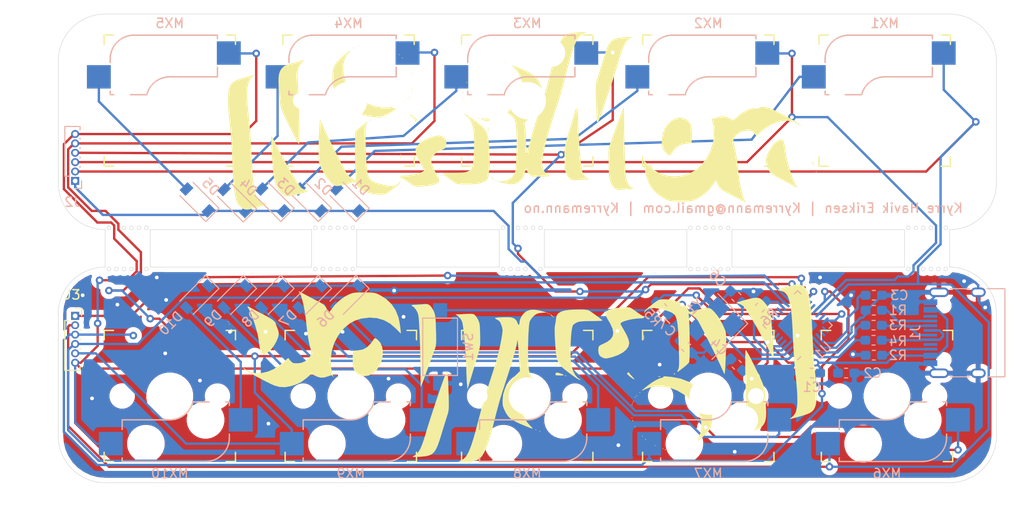
<source format=kicad_pcb>
(kicad_pcb (version 20171130) (host pcbnew "(5.1.5)-3")
  (layers (0 F.Cu signal) (31 B.Cu signal) (34 B.Paste user) (35 F.Paste user) (36 B.SilkS user) (37 F.SilkS user) (38 B.Mask user) (39 F.Mask user) (44 Edge.Cuts user))
  (net 0 "")
  (net 1 GND)
  (net 2 /+5v)
  (net 3 /UCAP)
  (net 4 /XTAL2)
  (net 5 /XTAL1)
  (net 6 "Net-(D1-Pad2)")
  (net 7 /ROW0)
  (net 8 "Net-(D2-Pad2)")
  (net 9 "Net-(D3-Pad2)")
  (net 10 "Net-(D4-Pad2)")
  (net 11 "Net-(D5-Pad2)")
  (net 12 "Net-(D6-Pad2)")
  (net 13 /ROW1)
  (net 14 "Net-(D7-Pad2)")
  (net 15 "Net-(D8-Pad2)")
  (net 16 "Net-(D9-Pad2)")
  (net 17 "Net-(D10-Pad2)")
  (net 18 /COL00)
  (net 19 /COL01)
  (net 20 /COL02)
  (net 21 /COL03)
  (net 22 /COL04)
  (net 23 "Net-(J1-PadA5)")
  (net 24 "Net-(J1-PadB5)")
  (net 25 /D-)
  (net 26 "Net-(R3-Pad1)")
  (net 27 "Net-(R4-Pad2)")
  (net 28 /D+)
  (net 29 /RESET)
  (net 30 "Net-(R6-Pad2)")
  (net 31 "Net-(U1-Pad26)")
  (net 32 "Net-(U1-Pad12)")
  (net 33 "Net-(U1-Pad11)")
  (net 34 "Net-(U1-Pad10)")
  (net 35 "Net-(U1-Pad9)")
  (net 36 "Net-(U1-Pad8)")
  (net 37 "Net-(U1-Pad7)")
  (net 38 "Net-(U1-Pad6)")
  (net 39 "Net-(U1-Pad5)")
  (net 40 "Net-(J1-PadB8)")
  (net 41 "Net-(J1-PadA8)")
  (net 42 "Net-(U1-Pad23)")
  (net 43 "Net-(U1-Pad25)")
  (net 44 "Net-(U1-Pad20)")
  (net 45 "Net-(U1-Pad19)")
  (module keychuks:logo (layer F.Cu) (at 104.420653 83.3 180)
    (fp_text reference G*** hide)
    (fp_text value LOGO hide)
  )
  (module keychuks:logo (layer F.Cu) (at 104.5 56.4)
    (fp_text reference G*** hide)
    (fp_text value LOGO hide)
  )
  (module Connector_PinSocket_1.00mm:PinSocket_1x06_P1.00mm_Vertical (layer F.Cu) (at 56.8 77.2)
    (fp_text reference J3 (at -0.29 -2.25) (layer F.SilkS))
    (fp_text value Conn_01x06_Female)
    (pad 6 thru_hole oval (at 0 5) (size 0.85 0.85) (drill 0.5) (layers *.Cu *.Mask) (net 22 /COL04))
    (pad 5 thru_hole oval (at 0 4) (size 0.85 0.85) (drill 0.5) (layers *.Cu *.Mask) (net 21 /COL03))
    (pad 4 thru_hole oval (at 0 3) (size 0.85 0.85) (drill 0.5) (layers *.Cu *.Mask) (net 20 /COL02))
    (pad 3 thru_hole oval (at 0 2) (size 0.85 0.85) (drill 0.5) (layers *.Cu *.Mask) (net 19 /COL01))
    (pad 2 thru_hole oval (at 0 1) (size 0.85 0.85) (drill 0.5) (layers *.Cu *.Mask) (net 18 /COL00))
    (pad 1 thru_hole rect (at 0 0) (size 0.85 0.85) (drill 0.5) (layers *.Cu *.Mask) (net 7 /ROW0))
  )
  (module Connector_PinSocket_1.00mm:PinSocket_1x06_P1.00mm_Vertical (layer B.Cu) (at 56.8 62.8)
    (fp_text reference J2 (at -0.29 2.25) (layer B.SilkS) (effects (justify mirror)))
    (fp_text value Conn_01x06_Female)
    (pad 6 thru_hole oval (at 0 -5) (size 0.85 0.85) (drill 0.5) (layers *.Cu *.Mask) (net 22 /COL04))
    (pad 5 thru_hole oval (at 0 -4) (size 0.85 0.85) (drill 0.5) (layers *.Cu *.Mask) (net 21 /COL03))
    (pad 4 thru_hole oval (at 0 -3) (size 0.85 0.85) (drill 0.5) (layers *.Cu *.Mask) (net 20 /COL02))
    (pad 3 thru_hole oval (at 0 -2) (size 0.85 0.85) (drill 0.5) (layers *.Cu *.Mask) (net 19 /COL01))
    (pad 2 thru_hole oval (at 0 -1) (size 0.85 0.85) (drill 0.5) (layers *.Cu *.Mask) (net 18 /COL00))
    (pad 1 thru_hole rect (at 0 0) (size 0.85 0.85) (drill 0.5) (layers *.Cu *.Mask) (net 7 /ROW0))
  )
  (module business-split:Kailh_socket_MX (layer F.Cu) (at 124.281013 85.752554 180)
    (fp_text reference MX7 (at 0 -8.255) (layer B.SilkS) (effects (justify mirror)))
    (fp_text value MX-NoLED)
    (pad 1 smd rect (at 6.29 -5.08 180) (size 2.55 2.5) (layers B.Cu B.Paste B.Mask) (net 19 /COL01))
    (pad "" np_thru_hole circle (at 2.54 -5.08 180) (size 3 3) (drill 3) (layers *.Cu *.Mask))
    (pad "" np_thru_hole circle (at -3.81 -2.54 180) (size 3 3) (drill 3) (layers *.Cu *.Mask))
    (pad "" np_thru_hole circle (at 0 0 180) (size 3.9878 3.9878) (drill 3.9878) (layers *.Cu *.Mask))
    (pad "" np_thru_hole circle (at 5.08 0 180) (size 1.7018 1.7018) (drill 1.7018) (layers *.Cu *.Mask))
    (pad "" np_thru_hole circle (at -5.08 0 180) (size 1.7018 1.7018) (drill 1.7018) (layers *.Cu *.Mask))
    (pad 2 smd rect (at -7.56 -2.54 180) (size 2.55 2.5) (layers B.Cu B.Paste B.Mask) (net 14 "Net-(D7-Pad2)"))
  )
  (module Connector_USB:USB_C_Receptacle_HRO_TYPE-C-31-M-12 (layer B.Cu) (at 152 79 270)
    (fp_text reference J1 (at 0 5.645 90) (layer B.SilkS) (effects (justify mirror)))
    (fp_text value USB_C_Receptacle_USB2.0)
    (pad B1 smd rect (at 3.25 4.045 270) (size 0.6 1.45) (layers B.Cu B.Paste B.Mask) (net 1 GND))
    (pad A9 smd rect (at 2.45 4.045 270) (size 0.6 1.45) (layers B.Cu B.Paste B.Mask) (net 2 /+5v))
    (pad B9 smd rect (at -2.45 4.045 270) (size 0.6 1.45) (layers B.Cu B.Paste B.Mask) (net 2 /+5v))
    (pad B12 smd rect (at -3.25 4.045 270) (size 0.6 1.45) (layers B.Cu B.Paste B.Mask) (net 1 GND))
    (pad A1 smd rect (at -3.25 4.045 270) (size 0.6 1.45) (layers B.Cu B.Paste B.Mask) (net 1 GND))
    (pad A4 smd rect (at -2.45 4.045 270) (size 0.6 1.45) (layers B.Cu B.Paste B.Mask) (net 2 /+5v))
    (pad B4 smd rect (at 2.45 4.045 270) (size 0.6 1.45) (layers B.Cu B.Paste B.Mask) (net 2 /+5v))
    (pad A12 smd rect (at 3.25 4.045 270) (size 0.6 1.45) (layers B.Cu B.Paste B.Mask) (net 1 GND))
    (pad B8 smd rect (at -1.75 4.045 270) (size 0.3 1.45) (layers B.Cu B.Paste B.Mask) (net 40 "Net-(J1-PadB8)"))
    (pad A5 smd rect (at -1.25 4.045 270) (size 0.3 1.45) (layers B.Cu B.Paste B.Mask) (net 23 "Net-(J1-PadA5)"))
    (pad B7 smd rect (at -0.75 4.045 270) (size 0.3 1.45) (layers B.Cu B.Paste B.Mask) (net 25 /D-))
    (pad A7 smd rect (at 0.25 4.045 270) (size 0.3 1.45) (layers B.Cu B.Paste B.Mask) (net 25 /D-))
    (pad B6 smd rect (at 0.75 4.045 270) (size 0.3 1.45) (layers B.Cu B.Paste B.Mask) (net 28 /D+))
    (pad A8 smd rect (at 1.25 4.045 270) (size 0.3 1.45) (layers B.Cu B.Paste B.Mask) (net 41 "Net-(J1-PadA8)"))
    (pad B5 smd rect (at 1.75 4.045 270) (size 0.3 1.45) (layers B.Cu B.Paste B.Mask) (net 24 "Net-(J1-PadB5)"))
    (pad A6 smd rect (at -0.25 4.045 270) (size 0.3 1.45) (layers B.Cu B.Paste B.Mask) (net 28 /D+))
    (pad S1 thru_hole oval (at 4.32 3.13 270) (size 1 2.1) (drill oval 0.6 1.7) (layers *.Cu *.Mask) (net 1 GND))
    (pad S1 thru_hole oval (at -4.32 3.13 270) (size 1 2.1) (drill oval 0.6 1.7) (layers *.Cu *.Mask) (net 1 GND))
    (pad "" np_thru_hole circle (at -2.89 2.6 270) (size 0.65 0.65) (drill 0.65) (layers *.Cu *.Mask))
    (pad S1 thru_hole oval (at -4.32 -1.05 270) (size 1 1.6) (drill oval 0.6 1.2) (layers *.Cu *.Mask) (net 1 GND))
    (pad "" np_thru_hole circle (at 2.89 2.6 270) (size 0.65 0.65) (drill 0.65) (layers *.Cu *.Mask))
    (pad S1 thru_hole oval (at 4.32 -1.05 270) (size 1 1.6) (drill oval 0.6 1.2) (layers *.Cu *.Mask) (net 1 GND))
  )
  (module Package_DFN_QFN:QFN-32-1EP_5x5mm_P0.5mm_EP3.1x3.1mm (layer B.Cu) (at 133.8 78.2 45)
    (fp_text reference U1 (at 0 3.82 45) (layer B.SilkS) (effects (justify mirror)))
    (fp_text value ATmega32U2-MU)
    (pad 32 smd roundrect (at -1.75 2.4375 45) (size 0.25 0.875) (layers B.Cu B.Paste B.Mask) (net 2 /+5v))
    (pad 31 smd roundrect (at -1.25 2.4375 45) (size 0.25 0.875) (layers B.Cu B.Paste B.Mask) (net 2 /+5v))
    (pad 30 smd roundrect (at -0.75 2.4375 45) (size 0.25 0.875) (layers B.Cu B.Paste B.Mask) (net 27 "Net-(R4-Pad2)"))
    (pad 29 smd roundrect (at -0.25 2.4375 45) (size 0.25 0.875) (layers B.Cu B.Paste B.Mask) (net 26 "Net-(R3-Pad1)"))
    (pad 28 smd roundrect (at 0.25 2.4375 45) (size 0.25 0.875) (layers B.Cu B.Paste B.Mask) (net 1 GND))
    (pad 27 smd roundrect (at 0.75 2.4375 45) (size 0.25 0.875) (layers B.Cu B.Paste B.Mask) (net 3 /UCAP))
    (pad 26 smd roundrect (at 1.25 2.4375 45) (size 0.25 0.875) (layers B.Cu B.Paste B.Mask) (net 31 "Net-(U1-Pad26)"))
    (pad 25 smd roundrect (at 1.75 2.4375 45) (size 0.25 0.875) (layers B.Cu B.Paste B.Mask) (net 43 "Net-(U1-Pad25)"))
    (pad 24 smd roundrect (at 2.4375 1.75 45) (size 0.875 0.25) (layers B.Cu B.Paste B.Mask) (net 29 /RESET))
    (pad 23 smd roundrect (at 2.4375 1.25 45) (size 0.875 0.25) (layers B.Cu B.Paste B.Mask) (net 42 "Net-(U1-Pad23)"))
    (pad 22 smd roundrect (at 2.4375 0.75 45) (size 0.875 0.25) (layers B.Cu B.Paste B.Mask) (net 18 /COL00))
    (pad 21 smd roundrect (at 2.4375 0.25 45) (size 0.875 0.25) (layers B.Cu B.Paste B.Mask) (net 19 /COL01))
    (pad 20 smd roundrect (at 2.4375 -0.25 45) (size 0.875 0.25) (layers B.Cu B.Paste B.Mask) (net 44 "Net-(U1-Pad20)"))
    (pad 19 smd roundrect (at 2.4375 -0.75 45) (size 0.875 0.25) (layers B.Cu B.Paste B.Mask) (net 45 "Net-(U1-Pad19)"))
    (pad 18 smd roundrect (at 2.4375 -1.25 45) (size 0.875 0.25) (layers B.Cu B.Paste B.Mask) (net 22 /COL04))
    (pad 17 smd roundrect (at 2.4375 -1.75 45) (size 0.875 0.25) (layers B.Cu B.Paste B.Mask) (net 21 /COL03))
    (pad 16 smd roundrect (at 1.75 -2.4375 45) (size 0.25 0.875) (layers B.Cu B.Paste B.Mask) (net 20 /COL02))
    (pad 15 smd roundrect (at 1.25 -2.4375 45) (size 0.25 0.875) (layers B.Cu B.Paste B.Mask) (net 7 /ROW0))
    (pad 14 smd roundrect (at 0.75 -2.4375 45) (size 0.25 0.875) (layers B.Cu B.Paste B.Mask) (net 13 /ROW1))
    (pad 13 smd roundrect (at 0.25 -2.4375 45) (size 0.25 0.875) (layers B.Cu B.Paste B.Mask) (net 30 "Net-(R6-Pad2)"))
    (pad 12 smd roundrect (at -0.25 -2.4375 45) (size 0.25 0.875) (layers B.Cu B.Paste B.Mask) (net 32 "Net-(U1-Pad12)"))
    (pad 11 smd roundrect (at -0.75 -2.4375 45) (size 0.25 0.875) (layers B.Cu B.Paste B.Mask) (net 33 "Net-(U1-Pad11)"))
    (pad 10 smd roundrect (at -1.25 -2.4375 45) (size 0.25 0.875) (layers B.Cu B.Paste B.Mask) (net 34 "Net-(U1-Pad10)"))
    (pad 9 smd roundrect (at -1.75 -2.4375 45) (size 0.25 0.875) (layers B.Cu B.Paste B.Mask) (net 35 "Net-(U1-Pad9)"))
    (pad 8 smd roundrect (at -2.4375 -1.75 45) (size 0.875 0.25) (layers B.Cu B.Paste B.Mask) (net 36 "Net-(U1-Pad8)"))
    (pad 7 smd roundrect (at -2.4375 -1.25 45) (size 0.875 0.25) (layers B.Cu B.Paste B.Mask) (net 37 "Net-(U1-Pad7)"))
    (pad 6 smd roundrect (at -2.4375 -0.75 45) (size 0.875 0.25) (layers B.Cu B.Paste B.Mask) (net 38 "Net-(U1-Pad6)"))
    (pad 5 smd roundrect (at -2.4375 -0.25 45) (size 0.875 0.25) (layers B.Cu B.Paste B.Mask) (net 39 "Net-(U1-Pad5)"))
    (pad 4 smd roundrect (at -2.4375 0.25 45) (size 0.875 0.25) (layers B.Cu B.Paste B.Mask) (net 2 /+5v))
    (pad 3 smd roundrect (at -2.4375 0.75 45) (size 0.875 0.25) (layers B.Cu B.Paste B.Mask) (net 1 GND))
    (pad 2 smd roundrect (at -2.4375 1.25 45) (size 0.875 0.25) (layers B.Cu B.Paste B.Mask) (net 4 /XTAL2))
    (pad 1 smd roundrect (at -2.4375 1.75 45) (size 0.875 0.25) (layers B.Cu B.Paste B.Mask) (net 5 /XTAL1))
    (pad 33 smd roundrect (at 0 0 45) (size 3.1 3.1) (layers B.Cu B.Mask) (roundrect_rratio 0.08064499999999999) (net 1 GND))
  )
  (module Capacitor_SMD:C_0603_1608Metric_Pad1.05x0.95mm_HandSolder (layer B.Cu) (at 135.325001 83.3 180)
    (fp_text reference C1 (at 0 -1.5) (layer B.SilkS) (effects (justify mirror)))
    (fp_text value 1uF)
    (pad 1 smd roundrect (at -0.875 0 180) (size 1.05 0.95) (layers B.Cu B.Paste B.Mask) (net 2 /+5v))
    (pad 2 smd roundrect (at 0.875 0 180) (size 1.05 0.95) (layers B.Cu B.Paste B.Mask) (net 1 GND))
  )
  (module Capacitor_SMD:C_0603_1608Metric_Pad1.05x0.95mm_HandSolder (layer B.Cu) (at 138.975 83.3)
    (fp_text reference C2 (at 2.825 0) (layer B.SilkS) (effects (justify mirror)))
    (fp_text value 1uF)
    (pad 2 smd roundrect (at 0.875 0) (size 1.05 0.95) (layers B.Cu B.Paste B.Mask) (net 1 GND))
    (pad 1 smd roundrect (at -0.875 0) (size 1.05 0.95) (layers B.Cu B.Paste B.Mask) (net 2 /+5v))
  )
  (module Capacitor_SMD:C_0603_1608Metric_Pad1.05x0.95mm_HandSolder (layer B.Cu) (at 141.924999 75)
    (fp_text reference C3 (at 2.725001 0) (layer B.SilkS) (effects (justify mirror)))
    (fp_text value 1uF)
    (pad 2 smd roundrect (at 0.875 0) (size 1.05 0.95) (layers B.Cu B.Paste B.Mask) (net 1 GND))
    (pad 1 smd roundrect (at -0.875 0) (size 1.05 0.95) (layers B.Cu B.Paste B.Mask) (net 3 /UCAP))
  )
  (module Capacitor_SMD:C_0603_1608Metric_Pad1.05x0.95mm_HandSolder (layer B.Cu) (at 127.318718 82.418718 135)
    (fp_text reference C4 (at 2.725001 0 135) (layer B.SilkS) (effects (justify mirror)))
    (fp_text value 0.1uF)
    (pad 1 smd roundrect (at -0.875 0 135) (size 1.05 0.95) (layers B.Cu B.Paste B.Mask) (net 2 /+5v))
    (pad 2 smd roundrect (at 0.875 0 135) (size 1.05 0.95) (layers B.Cu B.Paste B.Mask) (net 1 GND))
  )
  (module Capacitor_SMD:C_0603_1608Metric_Pad1.05x0.95mm_HandSolder (layer B.Cu) (at 127.281282 75.181282 135)
    (fp_text reference C6 (at 2.801956 0 135) (layer B.SilkS) (effects (justify mirror)))
    (fp_text value 14pF)
    (pad 2 smd roundrect (at 0.875 0 135) (size 1.05 0.95) (layers B.Cu B.Paste B.Mask) (net 1 GND))
    (pad 1 smd roundrect (at -0.875 0 135) (size 1.05 0.95) (layers B.Cu B.Paste B.Mask) (net 4 /XTAL2))
  )
  (module Capacitor_SMD:C_0603_1608Metric_Pad1.05x0.95mm_HandSolder (layer B.Cu) (at 121.918718 80.518718 315)
    (fp_text reference C7 (at -2.854898 0 135) (layer B.SilkS) (effects (justify mirror)))
    (fp_text value 14pF)
    (pad 1 smd roundrect (at -0.875 0 315) (size 1.05 0.95) (layers B.Cu B.Paste B.Mask) (net 5 /XTAL1))
    (pad 2 smd roundrect (at 0.875 0 315) (size 1.05 0.95) (layers B.Cu B.Paste B.Mask) (net 1 GND))
  )
  (module Diode_SMD:D_SOD-123 (layer B.Cu) (at 85.833274 64.833274 135)
    (fp_text reference D1 (at 0 2 135) (layer B.SilkS) (effects (justify mirror)))
    (fp_text value D)
    (pad 2 smd rect (at 1.65 0 135) (size 0.9 1.2) (layers B.Cu B.Paste B.Mask) (net 6 "Net-(D1-Pad2)"))
    (pad 1 smd rect (at -1.65 0 135) (size 0.9 1.2) (layers B.Cu B.Paste B.Mask) (net 7 /ROW0))
  )
  (module Diode_SMD:D_SOD-123 (layer B.Cu) (at 81.833274 64.833274 135)
    (fp_text reference D2 (at 0 2 135) (layer B.SilkS) (effects (justify mirror)))
    (fp_text value D)
    (pad 1 smd rect (at -1.65 0 135) (size 0.9 1.2) (layers B.Cu B.Paste B.Mask) (net 7 /ROW0))
    (pad 2 smd rect (at 1.65 0 135) (size 0.9 1.2) (layers B.Cu B.Paste B.Mask) (net 8 "Net-(D2-Pad2)"))
  )
  (module Diode_SMD:D_SOD-123 (layer B.Cu) (at 77.833274 64.833274 135)
    (fp_text reference D3 (at 0 2 135) (layer B.SilkS) (effects (justify mirror)))
    (fp_text value D)
    (pad 2 smd rect (at 1.65 0 135) (size 0.9 1.2) (layers B.Cu B.Paste B.Mask) (net 9 "Net-(D3-Pad2)"))
    (pad 1 smd rect (at -1.65 0 135) (size 0.9 1.2) (layers B.Cu B.Paste B.Mask) (net 7 /ROW0))
  )
  (module Diode_SMD:D_SOD-123 (layer B.Cu) (at 73.833274 64.883274 135)
    (fp_text reference D4 (at 0 2 135) (layer B.SilkS) (effects (justify mirror)))
    (fp_text value D)
    (pad 1 smd rect (at -1.65 0 135) (size 0.9 1.2) (layers B.Cu B.Paste B.Mask) (net 7 /ROW0))
    (pad 2 smd rect (at 1.65 0 135) (size 0.9 1.2) (layers B.Cu B.Paste B.Mask) (net 10 "Net-(D4-Pad2)"))
  )
  (module Diode_SMD:D_SOD-123 (layer B.Cu) (at 69.833274 64.833274 135)
    (fp_text reference D5 (at 0 2 135) (layer B.SilkS) (effects (justify mirror)))
    (fp_text value D)
    (pad 1 smd rect (at -1.65 0 135) (size 0.9 1.2) (layers B.Cu B.Paste B.Mask) (net 7 /ROW0))
    (pad 2 smd rect (at 1.65 0 135) (size 0.9 1.2) (layers B.Cu B.Paste B.Mask) (net 11 "Net-(D5-Pad2)"))
  )
  (module Diode_SMD:D_SOD-123 (layer B.Cu) (at 85.833274 75.166726 225)
    (fp_text reference D6 (at 3.299748 0 45) (layer B.SilkS) (effects (justify mirror)))
    (fp_text value D)
    (pad 2 smd rect (at 1.65 0 225) (size 0.9 1.2) (layers B.Cu B.Paste B.Mask) (net 12 "Net-(D6-Pad2)"))
    (pad 1 smd rect (at -1.65 0 225) (size 0.9 1.2) (layers B.Cu B.Paste B.Mask) (net 13 /ROW1))
  )
  (module Diode_SMD:D_SOD-123 (layer B.Cu) (at 81.833274 75.166726 225)
    (fp_text reference D7 (at 3.299748 0 45) (layer B.SilkS) (effects (justify mirror)))
    (fp_text value D)
    (pad 1 smd rect (at -1.65 0 225) (size 0.9 1.2) (layers B.Cu B.Paste B.Mask) (net 13 /ROW1))
    (pad 2 smd rect (at 1.65 0 225) (size 0.9 1.2) (layers B.Cu B.Paste B.Mask) (net 14 "Net-(D7-Pad2)"))
  )
  (module Diode_SMD:D_SOD-123 (layer B.Cu) (at 77.833274 75.166726 225)
    (fp_text reference D8 (at 3.299748 0 45) (layer B.SilkS) (effects (justify mirror)))
    (fp_text value D)
    (pad 2 smd rect (at 1.65 0 225) (size 0.9 1.2) (layers B.Cu B.Paste B.Mask) (net 15 "Net-(D8-Pad2)"))
    (pad 1 smd rect (at -1.65 0 225) (size 0.9 1.2) (layers B.Cu B.Paste B.Mask) (net 13 /ROW1))
  )
  (module Diode_SMD:D_SOD-123 (layer B.Cu) (at 73.833274 75.166726 225)
    (fp_text reference D9 (at 3.299748 0 45) (layer B.SilkS) (effects (justify mirror)))
    (fp_text value D)
    (pad 1 smd rect (at -1.65 0 225) (size 0.9 1.2) (layers B.Cu B.Paste B.Mask) (net 13 /ROW1))
    (pad 2 smd rect (at 1.65 0 225) (size 0.9 1.2) (layers B.Cu B.Paste B.Mask) (net 16 "Net-(D9-Pad2)"))
  )
  (module Diode_SMD:D_SOD-123 (layer B.Cu) (at 69.833274 75.166726 225)
    (fp_text reference D10 (at 4.006855 0 45) (layer B.SilkS) (effects (justify mirror)))
    (fp_text value D)
    (pad 2 smd rect (at 1.65 0 225) (size 0.9 1.2) (layers B.Cu B.Paste B.Mask) (net 17 "Net-(D10-Pad2)"))
    (pad 1 smd rect (at -1.65 0 225) (size 0.9 1.2) (layers B.Cu B.Paste B.Mask) (net 13 /ROW1))
  )
  (module business-split:Kailh_socket_MX (layer F.Cu) (at 143.0875 54.2375)
    (fp_text reference MX1 (at 0 -8.255) (layer B.SilkS) (effects (justify mirror)))
    (fp_text value MX-NoLED)
    (pad 2 smd rect (at -7.56 -2.54) (size 2.55 2.5) (layers B.Cu B.Paste B.Mask) (net 6 "Net-(D1-Pad2)"))
    (pad "" np_thru_hole circle (at -5.08 0) (size 1.7018 1.7018) (drill 1.7018) (layers *.Cu *.Mask))
    (pad "" np_thru_hole circle (at 5.08 0) (size 1.7018 1.7018) (drill 1.7018) (layers *.Cu *.Mask))
    (pad "" np_thru_hole circle (at 0 0) (size 3.9878 3.9878) (drill 3.9878) (layers *.Cu *.Mask))
    (pad "" np_thru_hole circle (at -3.81 -2.54) (size 3 3) (drill 3) (layers *.Cu *.Mask))
    (pad "" np_thru_hole circle (at 2.54 -5.08) (size 3 3) (drill 3) (layers *.Cu *.Mask))
    (pad 1 smd rect (at 6.29 -5.08) (size 2.55 2.5) (layers B.Cu B.Paste B.Mask) (net 18 /COL00))
  )
  (module business-split:Kailh_socket_MX (layer F.Cu) (at 124.281013 54.2375)
    (fp_text reference MX2 (at 0 -8.255) (layer B.SilkS) (effects (justify mirror)))
    (fp_text value MX-NoLED)
    (pad 2 smd rect (at -7.56 -2.54) (size 2.55 2.5) (layers B.Cu B.Paste B.Mask) (net 8 "Net-(D2-Pad2)"))
    (pad "" np_thru_hole circle (at -5.08 0) (size 1.7018 1.7018) (drill 1.7018) (layers *.Cu *.Mask))
    (pad "" np_thru_hole circle (at 5.08 0) (size 1.7018 1.7018) (drill 1.7018) (layers *.Cu *.Mask))
    (pad "" np_thru_hole circle (at 0 0) (size 3.9878 3.9878) (drill 3.9878) (layers *.Cu *.Mask))
    (pad "" np_thru_hole circle (at -3.81 -2.54) (size 3 3) (drill 3) (layers *.Cu *.Mask))
    (pad "" np_thru_hole circle (at 2.54 -5.08) (size 3 3) (drill 3) (layers *.Cu *.Mask))
    (pad 1 smd rect (at 6.29 -5.08) (size 2.55 2.5) (layers B.Cu B.Paste B.Mask) (net 19 /COL01))
  )
  (module business-split:Kailh_socket_MX (layer F.Cu) (at 104.9875 54.2375)
    (fp_text reference MX3 (at 0 -8.255) (layer B.SilkS) (effects (justify mirror)))
    (fp_text value MX-NoLED)
    (pad 1 smd rect (at 6.29 -5.08) (size 2.55 2.5) (layers B.Cu B.Paste B.Mask) (net 20 /COL02))
    (pad "" np_thru_hole circle (at 2.54 -5.08) (size 3 3) (drill 3) (layers *.Cu *.Mask))
    (pad "" np_thru_hole circle (at -3.81 -2.54) (size 3 3) (drill 3) (layers *.Cu *.Mask))
    (pad "" np_thru_hole circle (at 0 0) (size 3.9878 3.9878) (drill 3.9878) (layers *.Cu *.Mask))
    (pad "" np_thru_hole circle (at 5.08 0) (size 1.7018 1.7018) (drill 1.7018) (layers *.Cu *.Mask))
    (pad "" np_thru_hole circle (at -5.08 0) (size 1.7018 1.7018) (drill 1.7018) (layers *.Cu *.Mask))
    (pad 2 smd rect (at -7.56 -2.54) (size 2.55 2.5) (layers B.Cu B.Paste B.Mask) (net 9 "Net-(D3-Pad2)"))
  )
  (module business-split:Kailh_socket_MX (layer F.Cu) (at 85.9375 54.2375)
    (fp_text reference MX4 (at 0 -8.255) (layer B.SilkS) (effects (justify mirror)))
    (fp_text value MX-NoLED)
    (pad 1 smd rect (at 6.29 -5.08) (size 2.55 2.5) (layers B.Cu B.Paste B.Mask) (net 21 /COL03))
    (pad "" np_thru_hole circle (at 2.54 -5.08) (size 3 3) (drill 3) (layers *.Cu *.Mask))
    (pad "" np_thru_hole circle (at -3.81 -2.54) (size 3 3) (drill 3) (layers *.Cu *.Mask))
    (pad "" np_thru_hole circle (at 0 0) (size 3.9878 3.9878) (drill 3.9878) (layers *.Cu *.Mask))
    (pad "" np_thru_hole circle (at 5.08 0) (size 1.7018 1.7018) (drill 1.7018) (layers *.Cu *.Mask))
    (pad "" np_thru_hole circle (at -5.08 0) (size 1.7018 1.7018) (drill 1.7018) (layers *.Cu *.Mask))
    (pad 2 smd rect (at -7.56 -2.54) (size 2.55 2.5) (layers B.Cu B.Paste B.Mask) (net 10 "Net-(D4-Pad2)"))
  )
  (module business-split:Kailh_socket_MX (layer F.Cu) (at 66.8875 54.2375)
    (fp_text reference MX5 (at 0 -8.255) (layer B.SilkS) (effects (justify mirror)))
    (fp_text value MX-NoLED)
    (pad 2 smd rect (at -7.56 -2.54) (size 2.55 2.5) (layers B.Cu B.Paste B.Mask) (net 11 "Net-(D5-Pad2)"))
    (pad "" np_thru_hole circle (at -5.08 0) (size 1.7018 1.7018) (drill 1.7018) (layers *.Cu *.Mask))
    (pad "" np_thru_hole circle (at 5.08 0) (size 1.7018 1.7018) (drill 1.7018) (layers *.Cu *.Mask))
    (pad "" np_thru_hole circle (at 0 0) (size 3.9878 3.9878) (drill 3.9878) (layers *.Cu *.Mask))
    (pad "" np_thru_hole circle (at -3.81 -2.54) (size 3 3) (drill 3) (layers *.Cu *.Mask))
    (pad "" np_thru_hole circle (at 2.54 -5.08) (size 3 3) (drill 3) (layers *.Cu *.Mask))
    (pad 1 smd rect (at 6.29 -5.08) (size 2.55 2.5) (layers B.Cu B.Paste B.Mask) (net 22 /COL04))
  )
  (module business-split:Kailh_socket_MX (layer F.Cu) (at 143.331014 85.752553 180)
    (fp_text reference MX6 (at 0 -8.255) (layer B.SilkS) (effects (justify mirror)))
    (fp_text value MX-NoLED)
    (pad 1 smd rect (at 6.29 -5.08 180) (size 2.55 2.5) (layers B.Cu B.Paste B.Mask) (net 18 /COL00))
    (pad "" np_thru_hole circle (at 2.54 -5.08 180) (size 3 3) (drill 3) (layers *.Cu *.Mask))
    (pad "" np_thru_hole circle (at -3.81 -2.54 180) (size 3 3) (drill 3) (layers *.Cu *.Mask))
    (pad "" np_thru_hole circle (at 0 0 180) (size 3.9878 3.9878) (drill 3.9878) (layers *.Cu *.Mask))
    (pad "" np_thru_hole circle (at 5.08 0 180) (size 1.7018 1.7018) (drill 1.7018) (layers *.Cu *.Mask))
    (pad "" np_thru_hole circle (at -5.08 0 180) (size 1.7018 1.7018) (drill 1.7018) (layers *.Cu *.Mask))
    (pad 2 smd rect (at -7.56 -2.54 180) (size 2.55 2.5) (layers B.Cu B.Paste B.Mask) (net 12 "Net-(D6-Pad2)"))
  )
  (module business-split:Kailh_socket_MX (layer F.Cu) (at 104.9875 85.752554 180)
    (fp_text reference MX8 (at 0 -8.255) (layer B.SilkS) (effects (justify mirror)))
    (fp_text value MX-NoLED)
    (pad 2 smd rect (at -7.56 -2.54 180) (size 2.55 2.5) (layers B.Cu B.Paste B.Mask) (net 15 "Net-(D8-Pad2)"))
    (pad "" np_thru_hole circle (at -5.08 0 180) (size 1.7018 1.7018) (drill 1.7018) (layers *.Cu *.Mask))
    (pad "" np_thru_hole circle (at 5.08 0 180) (size 1.7018 1.7018) (drill 1.7018) (layers *.Cu *.Mask))
    (pad "" np_thru_hole circle (at 0 0 180) (size 3.9878 3.9878) (drill 3.9878) (layers *.Cu *.Mask))
    (pad "" np_thru_hole circle (at -3.81 -2.54 180) (size 3 3) (drill 3) (layers *.Cu *.Mask))
    (pad "" np_thru_hole circle (at 2.54 -5.08 180) (size 3 3) (drill 3) (layers *.Cu *.Mask))
    (pad 1 smd rect (at 6.29 -5.08 180) (size 2.55 2.5) (layers B.Cu B.Paste B.Mask) (net 20 /COL02))
  )
  (module business-split:Kailh_socket_MX (layer F.Cu) (at 86.181013 85.752553 180)
    (fp_text reference MX9 (at 0 -8.255) (layer B.SilkS) (effects (justify mirror)))
    (fp_text value MX-NoLED)
    (pad 2 smd rect (at -7.56 -2.54 180) (size 2.55 2.5) (layers B.Cu B.Paste B.Mask) (net 16 "Net-(D9-Pad2)"))
    (pad "" np_thru_hole circle (at -5.08 0 180) (size 1.7018 1.7018) (drill 1.7018) (layers *.Cu *.Mask))
    (pad "" np_thru_hole circle (at 5.08 0 180) (size 1.7018 1.7018) (drill 1.7018) (layers *.Cu *.Mask))
    (pad "" np_thru_hole circle (at 0 0 180) (size 3.9878 3.9878) (drill 3.9878) (layers *.Cu *.Mask))
    (pad "" np_thru_hole circle (at -3.81 -2.54 180) (size 3 3) (drill 3) (layers *.Cu *.Mask))
    (pad "" np_thru_hole circle (at 2.54 -5.08 180) (size 3 3) (drill 3) (layers *.Cu *.Mask))
    (pad 1 smd rect (at 6.29 -5.08 180) (size 2.55 2.5) (layers B.Cu B.Paste B.Mask) (net 21 /COL03))
  )
  (module business-split:Kailh_socket_MX (layer F.Cu) (at 66.8875 85.752554 180)
    (fp_text reference MX10 (at 0 -8.255) (layer B.SilkS) (effects (justify mirror)))
    (fp_text value MX-NoLED)
    (pad 1 smd rect (at 6.29 -5.08 180) (size 2.55 2.5) (layers B.Cu B.Paste B.Mask) (net 22 /COL04))
    (pad "" np_thru_hole circle (at 2.54 -5.08 180) (size 3 3) (drill 3) (layers *.Cu *.Mask))
    (pad "" np_thru_hole circle (at -3.81 -2.54 180) (size 3 3) (drill 3) (layers *.Cu *.Mask))
    (pad "" np_thru_hole circle (at 0 0 180) (size 3.9878 3.9878) (drill 3.9878) (layers *.Cu *.Mask))
    (pad "" np_thru_hole circle (at 5.08 0 180) (size 1.7018 1.7018) (drill 1.7018) (layers *.Cu *.Mask))
    (pad "" np_thru_hole circle (at -5.08 0 180) (size 1.7018 1.7018) (drill 1.7018) (layers *.Cu *.Mask))
    (pad 2 smd rect (at -7.56 -2.54 180) (size 2.55 2.5) (layers B.Cu B.Paste B.Mask) (net 17 "Net-(D10-Pad2)"))
  )
  (module Resistor_SMD:R_0603_1608Metric_Pad1.05x0.95mm_HandSolder (layer B.Cu) (at 141.925 76.6)
    (fp_text reference R1 (at 2.575 0) (layer B.SilkS) (effects (justify mirror)))
    (fp_text value 5.1K)
    (pad 2 smd roundrect (at 0.875 0) (size 1.05 0.95) (layers B.Cu B.Paste B.Mask) (net 23 "Net-(J1-PadA5)"))
    (pad 1 smd roundrect (at -0.875 0) (size 1.05 0.95) (layers B.Cu B.Paste B.Mask) (net 1 GND))
  )
  (module Resistor_SMD:R_0603_1608Metric_Pad1.05x0.95mm_HandSolder (layer B.Cu) (at 141.925 81.4 180)
    (fp_text reference R2 (at -2.575 0) (layer B.SilkS) (effects (justify mirror)))
    (fp_text value 5.1K)
    (pad 1 smd roundrect (at -0.875 0 180) (size 1.05 0.95) (layers B.Cu B.Paste B.Mask) (net 24 "Net-(J1-PadB5)"))
    (pad 2 smd roundrect (at 0.875 0 180) (size 1.05 0.95) (layers B.Cu B.Paste B.Mask) (net 1 GND))
  )
  (module Resistor_SMD:R_0603_1608Metric_Pad1.05x0.95mm_HandSolder (layer B.Cu) (at 141.9 78.2)
    (fp_text reference R3 (at 2.6 0) (layer B.SilkS) (effects (justify mirror)))
    (fp_text value 22)
    (pad 2 smd roundrect (at 0.875 0) (size 1.05 0.95) (layers B.Cu B.Paste B.Mask) (net 25 /D-))
    (pad 1 smd roundrect (at -0.875 0) (size 1.05 0.95) (layers B.Cu B.Paste B.Mask) (net 26 "Net-(R3-Pad1)"))
  )
  (module Resistor_SMD:R_0603_1608Metric_Pad1.05x0.95mm_HandSolder (layer B.Cu) (at 141.9 79.8 180)
    (fp_text reference R4 (at -2.6 -0.1) (layer B.SilkS) (effects (justify mirror)))
    (fp_text value 22)
    (pad 1 smd roundrect (at -0.875 0 180) (size 1.05 0.95) (layers B.Cu B.Paste B.Mask) (net 28 /D+))
    (pad 2 smd roundrect (at 0.875 0 180) (size 1.05 0.95) (layers B.Cu B.Paste B.Mask) (net 27 "Net-(R4-Pad2)"))
  )
  (module Resistor_SMD:R_0603_1608Metric_Pad1.05x0.95mm_HandSolder (layer B.Cu) (at 119.381282 76.381282 315)
    (fp_text reference R5 (at 0 1.43 135) (layer B.SilkS) (effects (justify mirror)))
    (fp_text value 10K)
    (pad 1 smd roundrect (at -0.875 0 315) (size 1.05 0.95) (layers B.Cu B.Paste B.Mask) (net 29 /RESET))
    (pad 2 smd roundrect (at 0.875 0 315) (size 1.05 0.95) (layers B.Cu B.Paste B.Mask) (net 2 /+5v))
  )
  (module Resistor_SMD:R_0603_1608Metric_Pad1.05x0.95mm_HandSolder (layer B.Cu) (at 129.781282 76.318718 45)
    (fp_text reference R6 (at 0 1.43 45) (layer B.SilkS) (effects (justify mirror)))
    (fp_text value 10K)
    (pad 2 smd roundrect (at 0.875 0 45) (size 1.05 0.95) (layers B.Cu B.Paste B.Mask) (net 30 "Net-(R6-Pad2)"))
    (pad 1 smd roundrect (at -0.875 0 45) (size 1.05 0.95) (layers B.Cu B.Paste B.Mask) (net 1 GND))
  )
  (module Button_Switch_SMD:SW_SPST_CK_RS282G05A3 (layer B.Cu) (at 95.7 80.499999 270)
    (fp_text reference SW1 (at 0 -3 90) (layer B.SilkS) (effects (justify mirror)))
    (fp_text value SW_Push)
    (pad 1 smd rect (at -3.9 0 270) (size 1.5 1.5) (layers B.Cu B.Paste B.Mask) (net 29 /RESET))
    (pad 2 smd rect (at 3.9 0 270) (size 1.5 1.5) (layers B.Cu B.Paste B.Mask) (net 1 GND))
  )
  (module Crystal:Crystal_SMD_3225-4Pin_3.2x2.5mm_HandSoldering (layer B.Cu) (at 124.987868 78.338478 225)
    (fp_text reference Y1 (at 0 3.05 45) (layer B.SilkS) (effects (justify mirror)))
    (fp_text value 16Mhz)
    (pad 1 smd rect (at -1.45 -1.15 225) (size 2.1 1.8) (layers B.Cu B.Paste B.Mask) (net 4 /XTAL2))
    (pad 2 smd rect (at 1.45 -1.15 225) (size 2.1 1.8) (layers B.Cu B.Paste B.Mask) (net 1 GND))
    (pad 3 smd rect (at 1.45 1.15 225) (size 2.1 1.8) (layers B.Cu B.Paste B.Mask) (net 5 /XTAL1))
    (pad 4 smd rect (at -1.45 1.15 225) (size 2.1 1.8) (layers B.Cu B.Paste B.Mask) (net 1 GND))
  )
  (gr_text "Kyrre Havik Eriksen | Kyrremann@gmail.com | Kyrremann.no" (at 128 65.7) (layer B.SilkS) (effects (font (size 1 1)) (justify mirror)))
  (gr_circle (center 148.8 72.2) (end 148.6 72.2) (layer Edge.Cuts) (width 0.05))
  (gr_circle (center 147.2 72.2) (end 147 72.2) (layer Edge.Cuts) (width 0.05))
  (gr_circle (center 146.4 67.8) (end 146.2 67.8) (layer Edge.Cuts) (width 0.05))
  (gr_circle (center 145.6 72.2) (end 145.4 72.2) (layer Edge.Cuts) (width 0.05))
  (gr_circle (center 145.6 67.8) (end 145.4 67.8) (layer Edge.Cuts) (width 0.05))
  (gr_circle (center 147.2 67.8) (end 147 67.8) (layer Edge.Cuts) (width 0.05))
  (gr_circle (center 149.6 72.2) (end 149.4 72.2) (layer Edge.Cuts) (width 0.05))
  (gr_circle (center 149.6 67.8) (end 149.4 67.8) (layer Edge.Cuts) (width 0.05))
  (gr_circle (center 148 72.2) (end 147.8 72.2) (layer Edge.Cuts) (width 0.05))
  (gr_circle (center 148 67.8) (end 147.8 67.8) (layer Edge.Cuts) (width 0.05))
  (gr_circle (center 122.4 72.2) (end 122.2 72.2) (layer Edge.Cuts) (width 0.05))
  (gr_circle (center 125.6 72.2) (end 125.4 72.2) (layer Edge.Cuts) (width 0.05))
  (gr_circle (center 123.2 72.2) (end 123 72.2) (layer Edge.Cuts) (width 0.05))
  (gr_circle (center 126.4 72.2) (end 126.2 72.2) (layer Edge.Cuts) (width 0.05))
  (gr_circle (center 124 72.2) (end 123.8 72.2) (layer Edge.Cuts) (width 0.05))
  (gr_circle (center 122.4 67.8) (end 122.2 67.8) (layer Edge.Cuts) (width 0.05))
  (gr_circle (center 123.2 67.8) (end 123 67.8) (layer Edge.Cuts) (width 0.05))
  (gr_circle (center 124.8 72.2) (end 124.6 72.2) (layer Edge.Cuts) (width 0.05))
  (gr_circle (center 125.6 67.8) (end 125.4 67.8) (layer Edge.Cuts) (width 0.05))
  (gr_circle (center 124 67.8) (end 123.8 67.8) (layer Edge.Cuts) (width 0.05))
  (gr_circle (center 126.4 67.8) (end 126.2 67.8) (layer Edge.Cuts) (width 0.05))
  (gr_circle (center 124.8 67.8) (end 124.6 67.8) (layer Edge.Cuts) (width 0.05))
  (gr_circle (center 104 72.2) (end 103.8 72.2) (layer Edge.Cuts) (width 0.05))
  (gr_circle (center 102.4 72.2) (end 102.2 72.2) (layer Edge.Cuts) (width 0.05))
  (gr_circle (center 102.4 67.8) (end 102.2 67.8) (layer Edge.Cuts) (width 0.05))
  (gr_circle (center 104 67.8) (end 103.8 67.8) (layer Edge.Cuts) (width 0.05))
  (gr_circle (center 105.6 67.8) (end 105.4 67.8) (layer Edge.Cuts) (width 0.05))
  (gr_circle (center 106.4 72.2) (end 106.2 72.2) (layer Edge.Cuts) (width 0.05))
  (gr_circle (center 106.4 67.8) (end 106.2 67.8) (layer Edge.Cuts) (width 0.05))
  (gr_circle (center 104.8 72.2) (end 104.6 72.2) (layer Edge.Cuts) (width 0.05))
  (gr_circle (center 104.8 67.8) (end 104.6 67.8) (layer Edge.Cuts) (width 0.05))
  (gr_circle (center 103.2 72.2) (end 103 72.2) (layer Edge.Cuts) (width 0.05))
  (gr_circle (center 84 72.2) (end 83.8 72.2) (layer Edge.Cuts) (width 0.05))
  (gr_circle (center 83.2 67.8) (end 83 67.8) (layer Edge.Cuts) (width 0.05))
  (gr_circle (center 85.6 72.2) (end 85.4 72.2) (layer Edge.Cuts) (width 0.05))
  (gr_circle (center 82.4 72.2) (end 82.2 72.2) (layer Edge.Cuts) (width 0.05))
  (gr_circle (center 82.4 67.8) (end 82.2 67.8) (layer Edge.Cuts) (width 0.05))
  (gr_circle (center 84 67.8) (end 83.8 67.8) (layer Edge.Cuts) (width 0.05))
  (gr_circle (center 85.6 67.8) (end 85.4 67.8) (layer Edge.Cuts) (width 0.05))
  (gr_circle (center 86.4 72.2) (end 86.2 72.2) (layer Edge.Cuts) (width 0.05))
  (gr_circle (center 86.4 67.8) (end 86.2 67.8) (layer Edge.Cuts) (width 0.05))
  (gr_circle (center 84.8 72.2) (end 84.6 72.2) (layer Edge.Cuts) (width 0.05))
  (gr_circle (center 84.8 67.8) (end 84.6 67.8) (layer Edge.Cuts) (width 0.05))
  (gr_circle (center 83.2 72.2) (end 83 72.2) (layer Edge.Cuts) (width 0.05))
  (gr_circle (center 62 67.8) (end 61.8 67.8) (layer Edge.Cuts) (width 0.05))
  (gr_circle (center 63.6 67.8) (end 63.4 67.8) (layer Edge.Cuts) (width 0.05))
  (gr_circle (center 60.4 67.8) (end 60.2 67.8) (layer Edge.Cuts) (width 0.05))
  (gr_circle (center 64.4 67.8) (end 64.2 67.8) (layer Edge.Cuts) (width 0.05))
  (gr_circle (center 62.8 67.8) (end 62.6 67.8) (layer Edge.Cuts) (width 0.05))
  (gr_circle (center 64.4 72.2) (end 64.2 72.2) (layer Edge.Cuts) (width 0.05))
  (gr_circle (center 62.8 72.2) (end 62.6 72.2) (layer Edge.Cuts) (width 0.05))
  (gr_circle (center 62 72.2) (end 61.8 72.2) (layer Edge.Cuts) (width 0.05))
  (gr_circle (center 61.2 72.2) (end 61 72.2) (layer Edge.Cuts) (width 0.05))
  (gr_circle (center 60.4 72.2) (end 60.2 72.2) (layer Edge.Cuts) (width 0.05))
  (gr_arc (start 150 63) (end 150 68) (angle -90) (layer Edge.Cuts) (width 0.05))
  (gr_arc (start 150 77) (end 155 77) (angle -90) (layer Edge.Cuts) (width 0.05))
  (gr_arc (start 60 63) (end 55 63) (angle -90) (layer Edge.Cuts) (width 0.05))
  (gr_arc (start 60 77) (end 60 72) (angle -90) (layer Edge.Cuts) (width 0.05))
  (gr_line (start 126.8 72) (end 145.2 72) (layer Edge.Cuts) (width 0.05))
  (gr_line (start 106.8 72) (end 122 72) (layer Edge.Cuts) (width 0.05))
  (gr_line (start 86.8 72) (end 102 72) (layer Edge.Cuts) (width 0.05))
  (gr_line (start 64.8 72) (end 82 72) (layer Edge.Cuts) (width 0.05))
  (gr_line (start 126.8 68) (end 145.2 68) (layer Edge.Cuts) (width 0.05))
  (gr_line (start 106.8 68) (end 122 68) (layer Edge.Cuts) (width 0.05))
  (gr_line (start 86.8 68) (end 102 68) (layer Edge.Cuts) (width 0.05))
  (gr_line (start 64.8 68) (end 82 68) (layer Edge.Cuts) (width 0.05))
  (gr_line (start 55 50) (end 55 63) (layer Edge.Cuts) (width 0.05))
  (gr_line (start 155 50) (end 155 63) (layer Edge.Cuts) (width 0.05))
  (gr_line (start 122 72) (end 122 68) (layer Edge.Cuts) (width 0.05))
  (gr_line (start 126.8 68) (end 126.8 72) (layer Edge.Cuts) (width 0.05))
  (gr_line (start 145.2 72) (end 145.2 68) (layer Edge.Cuts) (width 0.05))
  (gr_line (start 150 68) (end 150 72) (layer Edge.Cuts) (width 0.05))
  (gr_line (start 86.8 72) (end 86.8 68) (layer Edge.Cuts) (width 0.05))
  (gr_line (start 82 68) (end 82 72) (layer Edge.Cuts) (width 0.05))
  (gr_line (start 106.8 68) (end 106.8 72) (layer Edge.Cuts) (width 0.05))
  (gr_line (start 102 68) (end 102 72) (layer Edge.Cuts) (width 0.05))
  (gr_line (start 64.8 68) (end 64.8 72) (layer Edge.Cuts) (width 0.05))
  (gr_line (start 60 68) (end 60 72) (layer Edge.Cuts) (width 0.05))
  (gr_arc (start 150 90) (end 150 95) (angle -90) (layer Edge.Cuts) (width 0.05))
  (gr_arc (start 150 50) (end 150 45) (angle 90) (layer Edge.Cuts) (width 0.05))
  (gr_arc (start 60 50) (end 60 45) (angle -90) (layer Edge.Cuts) (width 0.05))
  (gr_arc (start 60 90) (end 55 90) (angle -90) (layer Edge.Cuts) (width 0.05))
  (gr_line (start 155 77) (end 155 90) (layer Edge.Cuts) (width 0.05))
  (gr_line (start 55 77) (end 55 90) (layer Edge.Cuts) (width 0.05))
  (gr_line (start 60 95) (end 150 95) (layer Edge.Cuts) (width 0.05))
  (gr_line (start 60 45) (end 150 45) (layer Edge.Cuts) (width 0.05))
  (segment (start 135.357033 79.40348) (end 135.700349 79.746796) (width 0.25) (layer B.Cu) (net 1))
  (segment (start 132.606757 80.453903) (end 133.65718 79.40348) (width 0.25) (layer B.Cu) (net 1))
  (segment (start 141.199999 76.6) (end 142.799999 75) (width 0.25) (layer B.Cu) (net 1))
  (segment (start 141.05 76.6) (end 141.199999 76.6) (width 0.25) (layer B.Cu) (net 1))
  (segment (start 136.5 80.6) (end 137.92718 80.6) (width 0.25) (layer B.Cu) (net 1))
  (segment (start 135.700349 79.746796) (end 135.700349 79.800349) (width 0.25) (layer B.Cu) (net 1))
  (segment (start 135.700349 79.800349) (end 136.5 80.6) (width 0.25) (layer B.Cu) (net 1))
  (segment (start 137.92718 80.6) (end 139.54999 78.97719) (width 0.25) (layer B.Cu) (net 1))
  (segment (start 139.54999 78.3545) (end 140.5045 77.39999) (width 0.25) (layer B.Cu) (net 1))
  (segment (start 139.54999 78.97719) (end 139.54999 78.3545) (width 0.25) (layer B.Cu) (net 1))
  (segment (start 140.72501 77.39999) (end 140.5045 77.39999) (width 0.25) (layer B.Cu) (net 1))
  (segment (start 141.05 77.075) (end 140.72501 77.39999) (width 0.25) (layer B.Cu) (net 1))
  (segment (start 141.05 76.6) (end 141.05 77.075) (width 0.25) (layer B.Cu) (net 1))
  (segment (start 129.162564 77.542685) (end 129.162564 76.937436) (width 0.25) (layer B.Cu) (net 1))
  (segment (start 129.162564 79.635566) (end 129.162564 77.542685) (width 0.25) (layer B.Cu) (net 1))
  (segment (start 130.420673 80.893675) (end 129.162564 79.635566) (width 0.25) (layer B.Cu) (net 1))
  (segment (start 132.096288 80.893675) (end 130.420673 80.893675) (width 0.25) (layer B.Cu) (net 1))
  (segment (start 132.53606 80.453903) (end 132.096288 80.893675) (width 0.25) (layer B.Cu) (net 1))
  (segment (start 132.606757 80.453903) (end 132.53606 80.453903) (width 0.25) (layer B.Cu) (net 1))
  (via (at 129.1 74.6) (size 0.8) (drill 0.4) (layers F.Cu B.Cu) (net 1))
  (segment (start 129.162564 76.937436) (end 129.162564 74.662564) (width 0.25) (layer B.Cu) (net 1))
  (segment (start 129.162564 74.662564) (end 129.1 74.6) (width 0.25) (layer B.Cu) (net 1))
  (via (at 133.8 79.3) (size 0.8) (drill 0.4) (layers F.Cu B.Cu) (net 1))
  (segment (start 133.65718 79.40348) (end 133.8 79.3) (width 0.25) (layer B.Cu) (net 1))
  (segment (start 133.8 78.2) (end 133.8 79.3) (width 0.25) (layer B.Cu) (net 1))
  (segment (start 133.8 79.3) (end 135.357033 79.40348) (width 0.25) (layer B.Cu) (net 1))
  (segment (start 129.062564 74.562564) (end 129.1 74.6) (width 0.25) (layer B.Cu) (net 1))
  (segment (start 126.662564 74.562564) (end 129.062564 74.562564) (width 0.25) (layer B.Cu) (net 1))
  (segment (start 125.2 76.025128) (end 125.2 76.5) (width 0.25) (layer B.Cu) (net 1))
  (segment (start 126.662564 74.562564) (end 125.2 76.025128) (width 0.25) (layer B.Cu) (net 1))
  (segment (start 123.815256 81.137436) (end 122.537436 81.137436) (width 0.25) (layer B.Cu) (net 1))
  (segment (start 124.775736 80.176956) (end 123.815256 81.137436) (width 0.25) (layer B.Cu) (net 1))
  (via (at 139.7 81.3) (size 0.8) (drill 0.4) (layers F.Cu B.Cu) (net 1))
  (segment (start 147.955 82.25) (end 146.65 82.25) (width 0.25) (layer B.Cu) (net 1))
  (segment (start 147.955 82.405) (end 148.87 83.32) (width 0.25) (layer B.Cu) (net 1))
  (segment (start 147.955 82.25) (end 147.955 82.405) (width 0.25) (layer B.Cu) (net 1))
  (segment (start 147.955 75.595) (end 148.87 74.68) (width 0.25) (layer B.Cu) (net 1))
  (segment (start 147.955 75.75) (end 147.955 75.595) (width 0.25) (layer B.Cu) (net 1))
  (segment (start 147.955 75.75) (end 146.55 75.75) (width 0.25) (layer B.Cu) (net 1))
  (via (at 127.1 91.7) (size 0.8) (drill 0.4) (layers F.Cu B.Cu) (net 1))
  (via (at 153.8 76.3) (size 0.8) (drill 0.4) (layers F.Cu B.Cu) (net 1))
  (via (at 119.1 82.4) (size 0.8) (drill 0.4) (layers F.Cu B.Cu) (net 1))
  (via (at 114.7 91) (size 0.8) (drill 0.4) (layers F.Cu B.Cu) (net 1))
  (segment (start 153.05 73.93) (end 152.72 73.6) (width 0.25) (layer B.Cu) (net 1))
  (segment (start 153.05 74.68) (end 153.05 73.93) (width 0.25) (layer B.Cu) (net 1))
  (via (at 151.55 73.5) (size 0.8) (drill 0.4) (layers F.Cu B.Cu) (net 1))
  (segment (start 152.72 73.6) (end 151.65 73.6) (width 0.25) (layer B.Cu) (net 1))
  (segment (start 151.65 73.6) (end 151.55 73.5) (width 0.25) (layer B.Cu) (net 1))
  (segment (start 153.05 75.55) (end 153.8 76.3) (width 0.25) (layer B.Cu) (net 1))
  (segment (start 153.05 74.68) (end 153.05 75.55) (width 0.25) (layer B.Cu) (net 1))
  (via (at 58.6 86) (size 0.8) (drill 0.4) (layers F.Cu B.Cu) (net 1))
  (via (at 70.1 84.1) (size 0.8) (drill 0.4) (layers F.Cu B.Cu) (net 1))
  (via (at 77.4 88.7) (size 0.8) (drill 0.4) (layers F.Cu B.Cu) (net 1))
  (via (at 90.2 83.9) (size 0.8) (drill 0.4) (layers F.Cu B.Cu) (net 1))
  (via (at 66.4 81.2) (size 0.8) (drill 0.4) (layers F.Cu B.Cu) (net 1))
  (via (at 114.6 78.8) (size 0.8) (drill 0.4) (layers F.Cu B.Cu) (net 1))
  (via (at 97.9 84.5) (size 0.8) (drill 0.4) (layers F.Cu B.Cu) (net 1))
  (via (at 91.8 77.3) (size 0.8) (drill 0.4) (layers F.Cu B.Cu) (net 1))
  (via (at 66.5 75.5) (size 0.8) (drill 0.4) (layers F.Cu B.Cu) (net 1))
  (via (at 65.5 73.1) (size 0.8) (drill 0.4) (layers F.Cu B.Cu) (net 1))
  (via (at 57.6 75) (size 0.8) (drill 0.4) (layers F.Cu B.Cu) (net 1))
  (via (at 61.3 76) (size 0.8) (drill 0.4) (layers F.Cu B.Cu) (net 1))
  (via (at 77.1 78.9) (size 0.8) (drill 0.4) (layers F.Cu B.Cu) (net 1))
  (via (at 81.4 79.1) (size 0.8) (drill 0.4) (layers F.Cu B.Cu) (net 1))
  (via (at 85.3 78.9) (size 0.8) (drill 0.4) (layers F.Cu B.Cu) (net 1))
  (via (at 73.3 78.9) (size 0.8) (drill 0.4) (layers F.Cu B.Cu) (net 1))
  (via (at 90.8 74.5) (size 0.8) (drill 0.4) (layers F.Cu B.Cu) (net 1))
  (via (at 136.2 73.1) (size 0.8) (drill 0.4) (layers F.Cu B.Cu) (net 1))
  (via (at 139.5 75) (size 0.8) (drill 0.4) (layers F.Cu B.Cu) (net 1))
  (segment (start 134.639689 80.984232) (end 134.639689 80.807456) (width 0.25) (layer B.Cu) (net 2))
  (segment (start 135.855467 82.20001) (end 134.639689 80.984232) (width 0.25) (layer B.Cu) (net 2))
  (segment (start 144.07051 81.45) (end 143.3205 82.20001) (width 0.25) (layer B.Cu) (net 2))
  (segment (start 147.955 81.45) (end 144.07051 81.45) (width 0.25) (layer B.Cu) (net 2))
  (segment (start 134.286136 81.16101) (end 134.462912 81.16101) (width 0.25) (layer B.Cu) (net 2))
  (segment (start 149.75001 80.414992) (end 148.715002 81.45) (width 0.25) (layer B.Cu) (net 2))
  (segment (start 148.715002 76.55) (end 149.75001 77.585008) (width 0.25) (layer B.Cu) (net 2))
  (segment (start 148.715002 81.45) (end 147.955 81.45) (width 0.25) (layer B.Cu) (net 2))
  (segment (start 149.75001 77.585008) (end 149.75001 80.414992) (width 0.25) (layer B.Cu) (net 2))
  (segment (start 147.955 76.55) (end 148.715002 76.55) (width 0.25) (layer B.Cu) (net 2))
  (segment (start 134.462912 81.16101) (end 135.3 82) (width 0.25) (layer B.Cu) (net 2))
  (segment (start 135.3 82) (end 135.501912 82.20001) (width 0.25) (layer B.Cu) (net 2))
  (segment (start 137.1 82.2) (end 135.855467 82.20001) (width 0.25) (layer B.Cu) (net 2))
  (via (at 130.6 80) (size 0.8) (drill 0.4) (layers F.Cu B.Cu) (net 2))
  (segment (start 131.043665 80.443665) (end 130.6 80) (width 0.25) (layer B.Cu) (net 2))
  (segment (start 132.253204 80.100349) (end 131.909888 80.443665) (width 0.25) (layer B.Cu) (net 2))
  (segment (start 131.909888 80.443665) (end 131.043665 80.443665) (width 0.25) (layer B.Cu) (net 2))
  (via (at 135.7 82.2) (size 0.8) (drill 0.4) (layers F.Cu B.Cu) (net 2))
  (segment (start 132.8 82.2) (end 135.7 82.2) (width 0.25) (layer F.Cu) (net 2))
  (segment (start 130.6 80) (end 132.8 82.2) (width 0.25) (layer F.Cu) (net 2))
  (segment (start 135.501912 82.20001) (end 135.7 82.2) (width 0.25) (layer B.Cu) (net 2))
  (segment (start 135.7 82.2) (end 135.855467 82.20001) (width 0.25) (layer B.Cu) (net 2))
  (segment (start 136.200001 82.700001) (end 135.7 82.2) (width 0.25) (layer B.Cu) (net 2))
  (segment (start 136.200001 83.3) (end 136.200001 82.700001) (width 0.25) (layer B.Cu) (net 2))
  (segment (start 138.1 82.825) (end 137.475 82.2) (width 0.25) (layer B.Cu) (net 2))
  (segment (start 137.475 82.2) (end 137.15 82.2) (width 0.25) (layer B.Cu) (net 2))
  (segment (start 143.3205 82.20001) (end 137.15 82.2) (width 0.25) (layer B.Cu) (net 2))
  (segment (start 138.1 83.3) (end 138.1 82.825) (width 0.25) (layer B.Cu) (net 2))
  (segment (start 137.15 82.2) (end 137.1 82.2) (width 0.25) (layer B.Cu) (net 2))
  (segment (start 130.6 80) (end 125.5 80) (width 0.25) (layer F.Cu) (net 2))
  (via (at 121.5 76) (size 0.8) (drill 0.4) (layers F.Cu B.Cu) (net 2))
  (segment (start 125.5 80) (end 121.5 76) (width 0.25) (layer F.Cu) (net 2))
  (segment (start 121 76) (end 120 77) (width 0.25) (layer B.Cu) (net 2))
  (segment (start 121.5 76) (end 121 76) (width 0.25) (layer B.Cu) (net 2))
  (via (at 128.9 83.9) (size 0.8) (drill 0.4) (layers F.Cu B.Cu) (net 2))
  (segment (start 130.6 80) (end 130.6 82.2) (width 0.25) (layer F.Cu) (net 2))
  (segment (start 130.6 82.2) (end 128.9 83.9) (width 0.25) (layer F.Cu) (net 2))
  (segment (start 128.8 83.9) (end 127.937436 83.037436) (width 0.25) (layer B.Cu) (net 2))
  (segment (start 128.9 83.9) (end 128.8 83.9) (width 0.25) (layer B.Cu) (net 2))
  (segment (start 136.7 80.1) (end 137.79077 80.1) (width 0.25) (layer B.Cu) (net 3))
  (segment (start 136.053903 79.393243) (end 136.053903 79.453903) (width 0.25) (layer B.Cu) (net 3))
  (segment (start 136.053903 79.453903) (end 136.7 80.1) (width 0.25) (layer B.Cu) (net 3))
  (segment (start 140.19999 75.325009) (end 140.524999 75) (width 0.25) (layer B.Cu) (net 3))
  (segment (start 139.09998 77.473022) (end 140.19999 76.373012) (width 0.25) (layer B.Cu) (net 3))
  (segment (start 140.19999 76.373012) (end 140.19999 75.325009) (width 0.25) (layer B.Cu) (net 3))
  (segment (start 139.09998 78.79079) (end 139.09998 77.473022) (width 0.25) (layer B.Cu) (net 3))
  (segment (start 140.524999 75) (end 141.049999 75) (width 0.25) (layer B.Cu) (net 3))
  (segment (start 137.79077 80.1) (end 139.09998 78.79079) (width 0.25) (layer B.Cu) (net 3))
  (segment (start 127.9 77.052691) (end 127.9 75.799999) (width 0.25) (layer B.Cu) (net 4))
  (segment (start 126.826346 78.126345) (end 127.9 77.052691) (width 0.25) (layer B.Cu) (net 4))
  (segment (start 127.462742 78.762742) (end 126.826346 78.126346) (width 0.25) (layer B.Cu) (net 4))
  (segment (start 130.043685 81.343685) (end 127.462742 78.762742) (width 0.25) (layer B.Cu) (net 4))
  (segment (start 132.424082 81.343685) (end 130.043685 81.343685) (width 0.25) (layer B.Cu) (net 4))
  (segment (start 132.960311 80.807456) (end 132.424082 81.343685) (width 0.25) (layer B.Cu) (net 4))
  (segment (start 122.64939 78.550609) (end 121.3 79.9) (width 0.25) (layer B.Cu) (net 5))
  (segment (start 123.14939 78.55061) (end 122.64939 78.550609) (width 0.25) (layer B.Cu) (net 5))
  (segment (start 123.891852 77.808148) (end 123.14939 78.55061) (width 0.25) (layer B.Cu) (net 5))
  (segment (start 124.351488 77.808148) (end 123.891852 77.808148) (width 0.25) (layer B.Cu) (net 5))
  (segment (start 128.337035 81.793695) (end 124.351488 77.808148) (width 0.25) (layer B.Cu) (net 5))
  (segment (start 132.857955 81.793695) (end 128.337035 81.793695) (width 0.25) (layer B.Cu) (net 5))
  (segment (start 133.313864 81.337786) (end 132.857955 81.793695) (width 0.25) (layer B.Cu) (net 5))
  (segment (start 133.313864 81.16101) (end 133.313864 81.337786) (width 0.25) (layer B.Cu) (net 5))
  (segment (start 88.733076 59.60002) (end 84.666548 63.666548) (width 0.25) (layer B.Cu) (net 6))
  (segment (start 128.9 58.4) (end 88.733076 59.60002) (width 0.25) (layer B.Cu) (net 6))
  (segment (start 135.5275 51.6975) (end 134.0025 51.6975) (width 0.25) (layer B.Cu) (net 6))
  (segment (start 134.0025 51.6975) (end 128.9 58.4) (width 0.25) (layer B.Cu) (net 6))
  (segment (start 56.8 63.475) (end 56.8 62.8) (width 0.25) (layer B.Cu) (net 7))
  (segment (start 59.749264 66.424264) (end 56.8 63.475) (width 0.25) (layer B.Cu) (net 7))
  (segment (start 70.575736 66.424264) (end 59.749264 66.424264) (width 0.25) (layer B.Cu) (net 7))
  (segment (start 71 66) (end 70.575736 66.424264) (width 0.25) (layer B.Cu) (net 7))
  (segment (start 71 66) (end 87 66) (width 0.25) (layer B.Cu) (net 7))
  (segment (start 130.27159 72.903823) (end 132.960311 75.592544) (width 0.25) (layer B.Cu) (net 7))
  (segment (start 102.998535 70.071537) (end 104.326998 71.4) (width 0.25) (layer B.Cu) (net 7))
  (segment (start 102.998535 67.598096) (end 102.998535 70.071537) (width 0.25) (layer B.Cu) (net 7))
  (segment (start 87 66) (end 101.400439 66) (width 0.25) (layer B.Cu) (net 7))
  (segment (start 101.400439 66) (end 102.998535 67.598096) (width 0.25) (layer B.Cu) (net 7))
  (segment (start 106.2 72.79875) (end 106.2 73.1) (width 0.25) (layer B.Cu) (net 7))
  (segment (start 104.80125 71.4) (end 106.2 72.79875) (width 0.25) (layer B.Cu) (net 7))
  (segment (start 104.326998 71.4) (end 104.80125 71.4) (width 0.25) (layer B.Cu) (net 7))
  (segment (start 106.2 73.1) (end 130.27159 72.903823) (width 0.25) (layer B.Cu) (net 7))
  (segment (start 96.5 72.9) (end 106.2 73.1) (width 0.25) (layer B.Cu) (net 7))
  (segment (start 66.9 73.1) (end 62.8 77.2) (width 0.25) (layer F.Cu) (net 7))
  (segment (start 62.8 77.2) (end 56.8 77.2) (width 0.25) (layer F.Cu) (net 7))
  (via (at 96.5 72.9) (size 0.8) (drill 0.4) (layers F.Cu B.Cu) (net 7))
  (segment (start 96.5 72.9) (end 66.9 73.1) (width 0.25) (layer F.Cu) (net 7))
  (segment (start 110 58.3) (end 85.183086 59.15001) (width 0.25) (layer B.Cu) (net 8))
  (segment (start 80.533096 63.8) (end 80 63.8) (width 0.25) (layer B.Cu) (net 8))
  (segment (start 116.721013 51.6975) (end 116.721013 53.1975) (width 0.25) (layer B.Cu) (net 8))
  (segment (start 85.183086 59.15001) (end 80.533096 63.8) (width 0.25) (layer B.Cu) (net 8))
  (segment (start 116.721013 53.1975) (end 110 58.3) (width 0.25) (layer B.Cu) (net 8))
  (segment (start 91.8 58) (end 81.633096 58.7) (width 0.25) (layer B.Cu) (net 9))
  (segment (start 81.633096 58.7) (end 76.666548 63.666548) (width 0.25) (layer B.Cu) (net 9))
  (segment (start 97.4275 51.6975) (end 97.4275 53.1975) (width 0.25) (layer B.Cu) (net 9))
  (segment (start 97.4275 53.1975) (end 91.8 58) (width 0.25) (layer B.Cu) (net 9))
  (segment (start 78.3775 58.005596) (end 72.666548 63.716548) (width 0.25) (layer B.Cu) (net 10))
  (segment (start 78.3775 51.6975) (end 78.3775 58.005596) (width 0.25) (layer B.Cu) (net 10))
  (segment (start 59.3275 54.3275) (end 68.666548 63.666548) (width 0.25) (layer B.Cu) (net 11))
  (segment (start 59.3275 51.6975) (end 59.3275 54.3275) (width 0.25) (layer B.Cu) (net 11))
  (segment (start 84.666548 76.333452) (end 89.433076 81.09998) (width 0.25) (layer B.Cu) (net 12))
  (segment (start 89.433076 81.09998) (end 110.272801 81.099981) (width 0.25) (layer B.Cu) (net 12))
  (via (at 124 89.1) (size 0.8) (drill 0.4) (layers F.Cu B.Cu) (net 12))
  (segment (start 122.24999 87.34999) (end 124 89.1) (width 0.25) (layer B.Cu) (net 12))
  (segment (start 110.272801 81.099981) (end 116.52281 87.34999) (width 0.25) (layer B.Cu) (net 12))
  (segment (start 116.52281 87.34999) (end 122.24999 87.34999) (width 0.25) (layer B.Cu) (net 12))
  (segment (start 125.017555 90.117555) (end 134.117555 90.117555) (width 0.25) (layer F.Cu) (net 12))
  (segment (start 124 89.1) (end 125.017555 90.117555) (width 0.25) (layer F.Cu) (net 12))
  (segment (start 135.227558 89.007552) (end 143.207552 89.007552) (width 0.25) (layer F.Cu) (net 12))
  (segment (start 134.117555 90.117555) (end 135.227558 89.007552) (width 0.25) (layer F.Cu) (net 12))
  (via (at 150.9 91.5) (size 0.8) (drill 0.4) (layers F.Cu B.Cu) (net 12))
  (segment (start 143.207552 89.007552) (end 145.7 91.5) (width 0.25) (layer F.Cu) (net 12))
  (segment (start 145.7 91.5) (end 150.9 91.5) (width 0.25) (layer F.Cu) (net 12))
  (segment (start 150.9 88.301539) (end 150.891014 88.292553) (width 0.25) (layer B.Cu) (net 12))
  (segment (start 150.9 91.5) (end 150.9 88.301539) (width 0.25) (layer B.Cu) (net 12))
  (segment (start 71 74) (end 87 74) (width 0.25) (layer B.Cu) (net 13))
  (segment (start 130.218786 73.628823) (end 132.53606 75.946097) (width 0.25) (layer B.Cu) (net 13))
  (segment (start 87 74) (end 87.371177 73.628823) (width 0.25) (layer B.Cu) (net 13))
  (segment (start 132.53606 75.946097) (end 132.606757 75.946097) (width 0.25) (layer B.Cu) (net 13))
  (segment (start 87.371177 73.628823) (end 130.218786 73.628823) (width 0.25) (layer B.Cu) (net 13))
  (segment (start 123.727016 90.117555) (end 121.409461 87.8) (width 0.25) (layer B.Cu) (net 14))
  (segment (start 131.516012 90.117555) (end 123.727016 90.117555) (width 0.25) (layer B.Cu) (net 14))
  (segment (start 131.841013 88.292554) (end 131.841013 89.792554) (width 0.25) (layer B.Cu) (net 14))
  (segment (start 131.841013 89.792554) (end 131.516012 90.117555) (width 0.25) (layer B.Cu) (net 14))
  (segment (start 116.33641 87.8) (end 110.0864 81.54999) (width 0.25) (layer B.Cu) (net 14))
  (segment (start 121.409461 87.8) (end 116.33641 87.8) (width 0.25) (layer B.Cu) (net 14))
  (segment (start 85.883086 81.54999) (end 80.666548 76.333452) (width 0.25) (layer B.Cu) (net 14))
  (segment (start 110.0864 81.54999) (end 85.883086 81.54999) (width 0.25) (layer B.Cu) (net 14))
  (segment (start 76.666548 76.333452) (end 82.333096 82) (width 0.25) (layer B.Cu) (net 15))
  (segment (start 82.333096 82) (end 109.9 82) (width 0.25) (layer B.Cu) (net 15))
  (segment (start 112.5475 84.6475) (end 112.5475 88.292554) (width 0.25) (layer B.Cu) (net 15))
  (segment (start 109.9 82) (end 112.5475 84.6475) (width 0.25) (layer B.Cu) (net 15))
  (segment (start 72.666548 76.333452) (end 79.233096 82.9) (width 0.25) (layer B.Cu) (net 16))
  (segment (start 79.233096 82.9) (end 92 82.9) (width 0.25) (layer B.Cu) (net 16))
  (segment (start 93.741013 84.641013) (end 93.741013 88.292553) (width 0.25) (layer B.Cu) (net 16))
  (segment (start 92 82.9) (end 93.741013 84.641013) (width 0.25) (layer B.Cu) (net 16))
  (segment (start 74.4475 82.114404) (end 74.4475 88.292554) (width 0.25) (layer B.Cu) (net 17))
  (segment (start 68.666548 76.333452) (end 74.4475 82.114404) (width 0.25) (layer B.Cu) (net 17))
  (segment (start 56.8 61.8) (end 147.5 61.8) (width 0.25) (layer F.Cu) (net 18))
  (via (at 152.8 56.5) (size 0.8) (drill 0.4) (layers F.Cu B.Cu) (net 18))
  (segment (start 147.5 61.8) (end 152.8 56.5) (width 0.25) (layer F.Cu) (net 18))
  (segment (start 149.3775 53.0775) (end 149.3775 49.1575) (width 0.25) (layer B.Cu) (net 18))
  (segment (start 152.8 56.5) (end 149.3775 53.0775) (width 0.25) (layer B.Cu) (net 18))
  (segment (start 56.049999 78.348961) (end 56.049999 88.949999) (width 0.25) (layer F.Cu) (net 18))
  (segment (start 56.8 78.2) (end 56.19896 78.2) (width 0.25) (layer F.Cu) (net 18))
  (segment (start 56.19896 78.2) (end 56.049999 78.348961) (width 0.25) (layer F.Cu) (net 18))
  (segment (start 56.049999 88.949999) (end 60.4 93.3) (width 0.25) (layer F.Cu) (net 18))
  (via (at 137.2 93.3) (size 0.8) (drill 0.4) (layers F.Cu B.Cu) (net 18))
  (segment (start 60.4 93.3) (end 137.2 93.3) (width 0.25) (layer F.Cu) (net 18))
  (segment (start 137.2 90.991539) (end 137.041014 90.832553) (width 0.25) (layer B.Cu) (net 18))
  (segment (start 137.2 93.3) (end 137.2 90.991539) (width 0.25) (layer B.Cu) (net 18))
  (segment (start 137.2 93.3) (end 150.173002 93.3) (width 0.25) (layer B.Cu) (net 18))
  (segment (start 154.17501 89.297992) (end 154.17501 77.87501) (width 0.25) (layer B.Cu) (net 18))
  (segment (start 150.173002 93.3) (end 154.17501 89.297992) (width 0.25) (layer B.Cu) (net 18))
  (segment (start 139.20567 73.85499) (end 136.053903 77.006757) (width 0.25) (layer B.Cu) (net 18))
  (segment (start 154.17501 77.87501) (end 150.15499 73.85499) (width 0.25) (layer B.Cu) (net 18))
  (segment (start 146.640543 73.740543) (end 146.7 73.8) (width 0.25) (layer B.Cu) (net 18))
  (segment (start 146.640543 71.959017) (end 146.640543 73.740543) (width 0.25) (layer B.Cu) (net 18))
  (segment (start 149.041397 69.558163) (end 146.640543 71.959017) (width 0.25) (layer B.Cu) (net 18))
  (segment (start 149.041397 60.258603) (end 149.041397 69.558163) (width 0.25) (layer B.Cu) (net 18))
  (segment (start 152.8 56.5) (end 149.041397 60.258603) (width 0.25) (layer B.Cu) (net 18))
  (segment (start 146.7 73.8) (end 139.20567 73.85499) (width 0.25) (layer B.Cu) (net 18))
  (segment (start 150.15499 73.85499) (end 146.7 73.8) (width 0.25) (layer B.Cu) (net 18))
  (segment (start 56.8 60.8) (end 128.4 60.8) (width 0.25) (layer F.Cu) (net 19))
  (via (at 133.2 49.2) (size 0.8) (drill 0.4) (layers F.Cu B.Cu) (net 19))
  (segment (start 128.4 60.8) (end 133.2 56) (width 0.25) (layer F.Cu) (net 19))
  (segment (start 133.2 56) (end 133.2 49.2) (width 0.25) (layer F.Cu) (net 19))
  (segment (start 130.613513 49.2) (end 130.571013 49.1575) (width 0.25) (layer B.Cu) (net 19))
  (segment (start 133.2 49.2) (end 130.613513 49.2) (width 0.25) (layer B.Cu) (net 19))
  (segment (start 117.216003 93.107564) (end 117.991013 92.332554) (width 0.25) (layer B.Cu) (net 19))
  (segment (start 59.126098 93.107564) (end 117.216003 93.107564) (width 0.25) (layer B.Cu) (net 19))
  (segment (start 55.59999 89.581456) (end 59.126098 93.107564) (width 0.25) (layer B.Cu) (net 19))
  (segment (start 117.991013 92.332554) (end 117.991013 90.832554) (width 0.25) (layer B.Cu) (net 19))
  (segment (start 55.59999 79.79897) (end 55.59999 89.581456) (width 0.25) (layer B.Cu) (net 19))
  (segment (start 56.19896 79.2) (end 55.59999 79.79897) (width 0.25) (layer B.Cu) (net 19))
  (segment (start 56.8 79.2) (end 56.19896 79.2) (width 0.25) (layer B.Cu) (net 19))
  (via (at 136.4 85.5) (size 0.8) (drill 0.4) (layers F.Cu B.Cu) (net 19))
  (segment (start 136.4 86.843569) (end 136.4 85.5) (width 0.25) (layer B.Cu) (net 19))
  (segment (start 130.586014 92.657555) (end 136.4 86.843569) (width 0.25) (layer B.Cu) (net 19))
  (segment (start 117.991013 92.332554) (end 118.316014 92.657555) (width 0.25) (layer B.Cu) (net 19))
  (segment (start 118.316014 92.657555) (end 130.586014 92.657555) (width 0.25) (layer B.Cu) (net 19))
  (segment (start 136.4 85.5) (end 136.4 82.573002) (width 0.25) (layer F.Cu) (net 19))
  (segment (start 136.4 82.573002) (end 139.225001 79.748001) (width 0.25) (layer F.Cu) (net 19))
  (segment (start 56.8 79.2) (end 62.9 79.2) (width 0.25) (layer B.Cu) (net 19))
  (via (at 63 79.3) (size 0.8) (drill 0.4) (layers F.Cu B.Cu) (net 19))
  (segment (start 62.9 79.2) (end 63 79.3) (width 0.25) (layer B.Cu) (net 19))
  (segment (start 133.2 56) (end 133.2 56) (width 0.25) (layer F.Cu) (net 19))
  (via (at 133.2 56) (size 0.8) (drill 0.4) (layers F.Cu B.Cu) (net 19))
  (segment (start 137.000439 56) (end 148.559461 67.559022) (width 0.25) (layer B.Cu) (net 19))
  (segment (start 146.157953 71.805197) (end 146.157953 72.442485) (width 0.25) (layer B.Cu) (net 19))
  (segment (start 146.157953 72.442485) (end 145.600438 73) (width 0.25) (layer B.Cu) (net 19))
  (segment (start 133.2 56) (end 137.000439 56) (width 0.25) (layer B.Cu) (net 19))
  (segment (start 148.559461 67.559022) (end 148.559461 69.403689) (width 0.25) (layer B.Cu) (net 19))
  (segment (start 148.559461 69.403689) (end 146.157953 71.805197) (width 0.25) (layer B.Cu) (net 19))
  (segment (start 138.984725 73.368828) (end 135.700349 76.653204) (width 0.25) (layer B.Cu) (net 19))
  (segment (start 144.131172 73.368828) (end 138.984725 73.368828) (width 0.25) (layer B.Cu) (net 19))
  (segment (start 144.5 73) (end 144.131172 73.368828) (width 0.25) (layer B.Cu) (net 19))
  (segment (start 145.600438 73) (end 144.5 73) (width 0.25) (layer B.Cu) (net 19))
  (via (at 136.7 74.6) (size 0.8) (drill 0.4) (layers F.Cu B.Cu) (net 19))
  (segment (start 136.7 75.653553) (end 135.700349 76.653204) (width 0.25) (layer B.Cu) (net 19))
  (segment (start 136.7 74.6) (end 136.7 75.653553) (width 0.25) (layer B.Cu) (net 19))
  (segment (start 137.265685 74.6) (end 136.7 74.6) (width 0.25) (layer F.Cu) (net 19))
  (segment (start 139.225001 76.559316) (end 137.265685 74.6) (width 0.25) (layer F.Cu) (net 19))
  (segment (start 139.225001 79.748001) (end 139.225001 76.559316) (width 0.25) (layer F.Cu) (net 19))
  (via (at 114.1 49.1) (size 0.8) (drill 0.4) (layers F.Cu B.Cu) (net 20))
  (segment (start 111.335 49.1) (end 111.2775 49.1575) (width 0.25) (layer B.Cu) (net 20))
  (segment (start 114.1 49.1) (end 111.335 49.1) (width 0.25) (layer B.Cu) (net 20))
  (segment (start 98.3725 92.657554) (end 98.6975 92.332554) (width 0.25) (layer B.Cu) (net 20))
  (segment (start 59.312498 92.657554) (end 98.3725 92.657554) (width 0.25) (layer B.Cu) (net 20))
  (segment (start 56.049999 89.395055) (end 59.312498 92.657554) (width 0.25) (layer B.Cu) (net 20))
  (segment (start 98.6975 92.332554) (end 98.6975 90.832554) (width 0.25) (layer B.Cu) (net 20))
  (segment (start 56.049999 80.839999) (end 56.049999 89.395055) (width 0.25) (layer B.Cu) (net 20))
  (segment (start 56.439999 80.449999) (end 56.049999 80.839999) (width 0.25) (layer B.Cu) (net 20))
  (segment (start 56.650001 80.449999) (end 56.439999 80.449999) (width 0.25) (layer B.Cu) (net 20))
  (segment (start 56.8 80.3) (end 56.650001 80.449999) (width 0.25) (layer B.Cu) (net 20))
  (segment (start 56.8 80.2) (end 56.8 80.3) (width 0.25) (layer B.Cu) (net 20))
  (segment (start 116.73402 75.26598) (end 117.6 74.4) (width 0.25) (layer B.Cu) (net 20))
  (segment (start 56.8 80.2) (end 63.491836 80.2) (width 0.25) (layer B.Cu) (net 20))
  (segment (start 63.491836 80.2) (end 68.425856 75.26598) (width 0.25) (layer B.Cu) (net 20))
  (segment (start 68.425856 75.26598) (end 116.73402 75.26598) (width 0.25) (layer B.Cu) (net 20))
  (via (at 117.6 74.4) (size 0.8) (drill 0.4) (layers F.Cu B.Cu) (net 20))
  (via (at 133.2 73.8) (size 0.8) (drill 0.4) (layers F.Cu B.Cu) (net 20))
  (segment (start 117.6 74.4) (end 118.175011 73.824989) (width 0.25) (layer F.Cu) (net 20))
  (segment (start 118.175011 73.824989) (end 131.775011 73.824989) (width 0.25) (layer F.Cu) (net 20))
  (segment (start 131.8 73.8) (end 133.2 73.8) (width 0.25) (layer F.Cu) (net 20))
  (segment (start 131.775011 73.824989) (end 131.8 73.8) (width 0.25) (layer F.Cu) (net 20))
  (segment (start 133.313864 73.913864) (end 133.2 73.8) (width 0.25) (layer B.Cu) (net 20))
  (segment (start 133.313864 75.23899) (end 133.313864 73.913864) (width 0.25) (layer B.Cu) (net 20))
  (segment (start 114.1 56.3) (end 114.1 49.1) (width 0.25) (layer F.Cu) (net 20))
  (segment (start 56.8 59.8) (end 108.6 60) (width 0.25) (layer F.Cu) (net 20))
  (segment (start 108.6 60) (end 114.1 56.3) (width 0.25) (layer F.Cu) (net 20))
  (segment (start 108.6 60) (end 108.6 60) (width 0.25) (layer F.Cu) (net 20))
  (via (at 108.6 60) (size 0.8) (drill 0.4) (layers F.Cu B.Cu) (net 20))
  (segment (start 103.448545 69.448545) (end 104 70) (width 0.25) (layer B.Cu) (net 20))
  (via (at 104 70) (size 0.8) (drill 0.4) (layers F.Cu B.Cu) (net 20))
  (segment (start 108.6 60) (end 103.448545 65.151455) (width 0.25) (layer B.Cu) (net 20))
  (segment (start 103.448545 65.151455) (end 103.448545 69.448545) (width 0.25) (layer B.Cu) (net 20))
  (via (at 110.6 74.6) (size 0.8) (drill 0.4) (layers F.Cu B.Cu) (net 20))
  (segment (start 107.999561 74.6) (end 110.6 74.6) (width 0.25) (layer F.Cu) (net 20))
  (segment (start 104 70) (end 104 70.600439) (width 0.25) (layer F.Cu) (net 20))
  (segment (start 104 70.600439) (end 107.999561 74.6) (width 0.25) (layer F.Cu) (net 20))
  (segment (start 117.4 74.6) (end 117.6 74.4) (width 0.25) (layer B.Cu) (net 20))
  (segment (start 110.6 74.6) (end 117.4 74.6) (width 0.25) (layer B.Cu) (net 20))
  (segment (start 56.8 58.8) (end 92.7 58.8) (width 0.25) (layer F.Cu) (net 21))
  (via (at 95.1 49.1) (size 0.8) (drill 0.4) (layers F.Cu B.Cu) (net 21))
  (segment (start 92.7 58.8) (end 95.1 56.4) (width 0.25) (layer F.Cu) (net 21))
  (segment (start 95.1 56.4) (end 95.1 49.1) (width 0.25) (layer F.Cu) (net 21))
  (segment (start 92.285 49.1) (end 92.2275 49.1575) (width 0.25) (layer B.Cu) (net 21))
  (segment (start 95.1 49.1) (end 92.285 49.1) (width 0.25) (layer B.Cu) (net 21))
  (segment (start 68.627833 90.832553) (end 78.366013 90.832553) (width 0.25) (layer B.Cu) (net 21))
  (segment (start 58.99528 81.2) (end 68.627833 90.832553) (width 0.25) (layer B.Cu) (net 21))
  (segment (start 78.366013 90.832553) (end 79.891013 90.832553) (width 0.25) (layer B.Cu) (net 21))
  (segment (start 56.8 81.2) (end 58.99528 81.2) (width 0.25) (layer B.Cu) (net 21))
  (segment (start 134.4 75.125126) (end 134.286136 75.23899) (width 0.25) (layer B.Cu) (net 21))
  (via (at 75.95 81.5) (size 0.8) (drill 0.4) (layers F.Cu B.Cu) (net 21))
  (segment (start 75.95 85.39154) (end 75.95 81.5) (width 0.25) (layer B.Cu) (net 21))
  (segment (start 79.891013 90.832553) (end 79.891013 89.332553) (width 0.25) (layer B.Cu) (net 21))
  (segment (start 79.891013 89.332553) (end 75.95 85.39154) (width 0.25) (layer B.Cu) (net 21))
  (segment (start 75.95 81.5) (end 109.426998 81.5) (width 0.25) (layer F.Cu) (net 21))
  (segment (start 117.851999 73.074999) (end 109.426998 81.5) (width 0.25) (layer F.Cu) (net 21))
  (segment (start 133.709314 73.074999) (end 117.851999 73.074999) (width 0.25) (layer F.Cu) (net 21))
  (segment (start 133.709314 73.074999) (end 134.074999 73.074999) (width 0.25) (layer F.Cu) (net 21))
  (via (at 134.2 73.2) (size 0.8) (drill 0.4) (layers F.Cu B.Cu) (net 21))
  (segment (start 134.074999 73.074999) (end 134.2 73.2) (width 0.25) (layer F.Cu) (net 21))
  (segment (start 134.2 75.152854) (end 134.286136 75.23899) (width 0.25) (layer B.Cu) (net 21))
  (segment (start 134.2 73.2) (end 134.2 75.152854) (width 0.25) (layer B.Cu) (net 21))
  (via (at 60.4 74.5) (size 0.8) (drill 0.4) (layers F.Cu B.Cu) (net 21))
  (via (at 64.8 77.5) (size 0.8) (drill 0.4) (layers F.Cu B.Cu) (net 21))
  (segment (start 75.384315 81.5) (end 75.95 81.5) (width 0.25) (layer F.Cu) (net 21))
  (segment (start 69.773002 81.5) (end 75.384315 81.5) (width 0.25) (layer F.Cu) (net 21))
  (segment (start 65.773002 77.5) (end 69.773002 81.5) (width 0.25) (layer F.Cu) (net 21))
  (segment (start 64.8 77.5) (end 65.773002 77.5) (width 0.25) (layer F.Cu) (net 21))
  (segment (start 56.439999 59.049999) (end 56.049999 59.439999) (width 0.25) (layer F.Cu) (net 21))
  (segment (start 56.550001 59.049999) (end 56.439999 59.049999) (width 0.25) (layer F.Cu) (net 21))
  (segment (start 56.049999 63.485001) (end 58.564998 66) (width 0.25) (layer F.Cu) (net 21))
  (segment (start 61.409471 67.372622) (end 61.409471 68.009471) (width 0.25) (layer F.Cu) (net 21))
  (segment (start 58.564998 66) (end 60.036849 66) (width 0.25) (layer F.Cu) (net 21))
  (segment (start 56.049999 59.439999) (end 56.049999 63.485001) (width 0.25) (layer F.Cu) (net 21))
  (segment (start 60.036849 66) (end 61.409471 67.372622) (width 0.25) (layer F.Cu) (net 21))
  (segment (start 56.8 58.8) (end 56.550001 59.049999) (width 0.25) (layer F.Cu) (net 21))
  (segment (start 61.409471 68.009471) (end 63.808611 70.408611) (width 0.25) (layer F.Cu) (net 21))
  (segment (start 60.965685 74.5) (end 60.4 74.5) (width 0.25) (layer F.Cu) (net 21))
  (segment (start 61.936848 74.5) (end 60.965685 74.5) (width 0.25) (layer F.Cu) (net 21))
  (segment (start 63.80861 72.628238) (end 61.936848 74.5) (width 0.25) (layer F.Cu) (net 21))
  (segment (start 63.808611 70.408611) (end 63.80861 72.628238) (width 0.25) (layer F.Cu) (net 21))
  (segment (start 61.8 74.5) (end 64.8 77.5) (width 0.25) (layer B.Cu) (net 21))
  (segment (start 60.4 74.5) (end 61.8 74.5) (width 0.25) (layer B.Cu) (net 21))
  (segment (start 56.8 57.8) (end 74.7 57.8) (width 0.25) (layer F.Cu) (net 22))
  (segment (start 74.7 57.8) (end 76.1 56.4) (width 0.25) (layer F.Cu) (net 22))
  (via (at 76.1 49.2) (size 0.8) (drill 0.4) (layers F.Cu B.Cu) (net 22))
  (segment (start 76.1 56.4) (end 76.1 49.2) (width 0.25) (layer F.Cu) (net 22))
  (segment (start 73.22 49.2) (end 73.1775 49.1575) (width 0.25) (layer B.Cu) (net 22))
  (segment (start 76.1 49.2) (end 73.22 49.2) (width 0.25) (layer B.Cu) (net 22))
  (segment (start 59.0725 90.832554) (end 60.5975 90.832554) (width 0.25) (layer B.Cu) (net 22))
  (segment (start 56.8 88.560054) (end 59.0725 90.832554) (width 0.25) (layer B.Cu) (net 22))
  (segment (start 56.8 82.2) (end 56.8 88.560054) (width 0.25) (layer B.Cu) (net 22))
  (segment (start 125.622992 76.54999) (end 133.55001 76.54999) (width 0.25) (layer F.Cu) (net 22))
  (via (at 135.5 74.6) (size 0.8) (drill 0.4) (layers F.Cu B.Cu) (net 22))
  (segment (start 133.55001 76.54999) (end 135.5 74.6) (width 0.25) (layer F.Cu) (net 22))
  (segment (start 57.425001 82.825001) (end 113.601997 82.825001) (width 0.25) (layer F.Cu) (net 22))
  (segment (start 56.8 82.2) (end 57.425001 82.825001) (width 0.25) (layer F.Cu) (net 22))
  (segment (start 113.601997 82.825001) (end 122.151999 74.274999) (width 0.25) (layer F.Cu) (net 22))
  (segment (start 122.151999 74.274999) (end 123.348001 74.274999) (width 0.25) (layer F.Cu) (net 22))
  (segment (start 123.348001 74.274999) (end 125.622992 76.54999) (width 0.25) (layer F.Cu) (net 22))
  (segment (start 135.5 74.732233) (end 134.639689 75.592544) (width 0.25) (layer B.Cu) (net 22))
  (segment (start 135.5 74.6) (end 135.5 74.732233) (width 0.25) (layer B.Cu) (net 22))
  (segment (start 56.439999 58.049999) (end 56.550001 58.049999) (width 0.25) (layer F.Cu) (net 22))
  (segment (start 56.550001 58.049999) (end 56.8 57.8) (width 0.25) (layer F.Cu) (net 22))
  (via (at 59.4 73.4) (size 0.8) (drill 0.4) (layers F.Cu B.Cu) (net 22))
  (segment (start 59.169131 67.240543) (end 55.59999 63.671402) (width 0.25) (layer F.Cu) (net 22))
  (segment (start 60.959461 67.559022) (end 60.640982 67.240543) (width 0.25) (layer F.Cu) (net 22))
  (segment (start 55.599989 58.890009) (end 56.439999 58.049999) (width 0.25) (layer F.Cu) (net 22))
  (segment (start 60.640982 67.240543) (end 59.169131 67.240543) (width 0.25) (layer F.Cu) (net 22))
  (segment (start 55.59999 63.671402) (end 55.599989 58.890009) (width 0.25) (layer F.Cu) (net 22))
  (segment (start 57.025 82.2) (end 56.8 82.2) (width 0.25) (layer F.Cu) (net 22))
  (via (at 59.2 78) (size 0.8) (drill 0.4) (layers F.Cu B.Cu) (net 22))
  (segment (start 57.40104 82.2) (end 56.8 82.2) (width 0.25) (layer F.Cu) (net 22))
  (segment (start 59.2 80.40104) (end 57.40104 82.2) (width 0.25) (layer F.Cu) (net 22))
  (segment (start 59.2 78) (end 59.2 80.40104) (width 0.25) (layer F.Cu) (net 22))
  (segment (start 59.2 73.6) (end 59.4 73.4) (width 0.25) (layer B.Cu) (net 22))
  (segment (start 59.2 78) (end 59.2 73.6) (width 0.25) (layer B.Cu) (net 22))
  (segment (start 62.400438 73.4) (end 63.358601 72.441837) (width 0.25) (layer F.Cu) (net 22))
  (segment (start 59.4 73.4) (end 62.400438 73.4) (width 0.25) (layer F.Cu) (net 22))
  (segment (start 63.358601 72.441837) (end 63.358601 71.358601) (width 0.25) (layer F.Cu) (net 22))
  (segment (start 60.959461 68.959461) (end 60.959461 67.859461) (width 0.25) (layer F.Cu) (net 22))
  (segment (start 63.358601 71.358601) (end 60.959461 68.959461) (width 0.25) (layer F.Cu) (net 22))
  (segment (start 60.959461 67.859461) (end 60.959461 67.559022) (width 0.25) (layer F.Cu) (net 22))
  (segment (start 144.475 77.75) (end 146.98 77.75) (width 0.25) (layer B.Cu) (net 23))
  (segment (start 143.325 76.6) (end 144.475 77.75) (width 0.25) (layer B.Cu) (net 23))
  (segment (start 146.98 77.75) (end 147.955 77.75) (width 0.25) (layer B.Cu) (net 23))
  (segment (start 142.8 76.6) (end 143.325 76.6) (width 0.25) (layer B.Cu) (net 23))
  (segment (start 143.975 80.75) (end 146.98 80.75) (width 0.25) (layer B.Cu) (net 24))
  (segment (start 146.98 80.75) (end 147.955 80.75) (width 0.25) (layer B.Cu) (net 24))
  (segment (start 143.325 81.4) (end 143.975 80.75) (width 0.25) (layer B.Cu) (net 24))
  (segment (start 142.8 81.4) (end 143.325 81.4) (width 0.25) (layer B.Cu) (net 24))
  (segment (start 142.825 78.25) (end 142.775 78.2) (width 0.25) (layer B.Cu) (net 25))
  (segment (start 147.955 79.25) (end 146.65 79.25) (width 0.25) (layer B.Cu) (net 25))
  (segment (start 147.955 78.25) (end 145.7 78.3) (width 0.25) (layer B.Cu) (net 25))
  (segment (start 146.65 79.25) (end 145.7 78.3) (width 0.25) (layer B.Cu) (net 25))
  (segment (start 145.7 78.3) (end 142.825 78.25) (width 0.25) (layer B.Cu) (net 25))
  (segment (start 140.5 78.2) (end 141.025 78.2) (width 0.25) (layer B.Cu) (net 26))
  (segment (start 140 78.7) (end 140.5 78.2) (width 0.25) (layer B.Cu) (net 26))
  (segment (start 135.346796 80.100349) (end 135.346796 80.146796) (width 0.25) (layer B.Cu) (net 26))
  (segment (start 135.346796 80.146796) (end 136.3 81.1) (width 0.25) (layer B.Cu) (net 26))
  (segment (start 136.3 81.1) (end 138.06359 81.1) (width 0.25) (layer B.Cu) (net 26))
  (segment (start 138.06359 81.1) (end 140 79.16359) (width 0.25) (layer B.Cu) (net 26))
  (segment (start 140 79.16359) (end 140 78.7) (width 0.25) (layer B.Cu) (net 26))
  (segment (start 134.993243 80.453903) (end 136.13934 81.6) (width 0.25) (layer B.Cu) (net 27))
  (segment (start 136.13934 81.6) (end 138.2 81.6) (width 0.25) (layer B.Cu) (net 27))
  (segment (start 140 79.8) (end 141.025 79.8) (width 0.25) (layer B.Cu) (net 27))
  (segment (start 138.2 81.6) (end 140 79.8) (width 0.25) (layer B.Cu) (net 27))
  (segment (start 147.05 79.75) (end 147.955 79.75) (width 0.25) (layer B.Cu) (net 28))
  (segment (start 147 79.8) (end 147.05 79.75) (width 0.25) (layer B.Cu) (net 28))
  (segment (start 142.775 79.8) (end 147 79.8) (width 0.25) (layer B.Cu) (net 28))
  (segment (start 148.915002 78.75) (end 149.3 79.134998) (width 0.25) (layer B.Cu) (net 28))
  (segment (start 147.955 78.75) (end 148.915002 78.75) (width 0.25) (layer B.Cu) (net 28))
  (segment (start 148.93 79.75) (end 147.955 79.75) (width 0.25) (layer B.Cu) (net 28))
  (segment (start 149.3 79.38) (end 148.93 79.75) (width 0.25) (layer B.Cu) (net 28))
  (segment (start 149.3 79.134998) (end 149.3 79.38) (width 0.25) (layer B.Cu) (net 28))
  (via (at 138.5 77) (size 0.8) (drill 0.4) (layers F.Cu B.Cu) (net 29))
  (segment (start 136.76101 77.713864) (end 137.786136 77.713864) (width 0.25) (layer B.Cu) (net 29))
  (segment (start 137.786136 77.713864) (end 138.5 77) (width 0.25) (layer B.Cu) (net 29))
  (via (at 123 75) (size 0.8) (drill 0.4) (layers F.Cu B.Cu) (net 29))
  (segment (start 138.5 77) (end 125 77) (width 0.25) (layer F.Cu) (net 29))
  (segment (start 125 77) (end 123 75) (width 0.25) (layer F.Cu) (net 29))
  (segment (start 119.525128 75) (end 118.762564 75.762564) (width 0.25) (layer B.Cu) (net 29))
  (segment (start 123 75) (end 119.525128 75) (width 0.25) (layer B.Cu) (net 29))
  (segment (start 117.925129 76.599999) (end 118.762564 75.762564) (width 0.25) (layer B.Cu) (net 29))
  (segment (start 95.7 76.599999) (end 117.925129 76.599999) (width 0.25) (layer B.Cu) (net 29))
  (segment (start 131.653553 75.7) (end 132.253204 76.299651) (width 0.25) (layer B.Cu) (net 30))
  (segment (start 130.4 75.7) (end 131.653553 75.7) (width 0.25) (layer B.Cu) (net 30))
  (zone (net 1) (net_name GND) (layer B.Cu) (connect_pads (clearance 0.508)) (min_thickness 0.254) (fill yes (arc_segments 32) (thermal_gap 0.508) (thermal_bridge_width 0.508))
    (polygon (pts (xy 156.4 43.6) (xy 156.2 97.2) (xy 53 97.6) (xy 54.3 43.5)))
  )
  (zone (net 1) (net_name GND) (layer F.Cu) (connect_pads (clearance 0.508)) (min_thickness 0.254) (fill yes (arc_segments 32) (thermal_gap 0.508) (thermal_bridge_width 0.508))
    (polygon (pts (xy 156.1 97.2) (xy 52.9 97.6) (xy 54.3 43.5) (xy 156.5 43.5)))
  )
)
</source>
